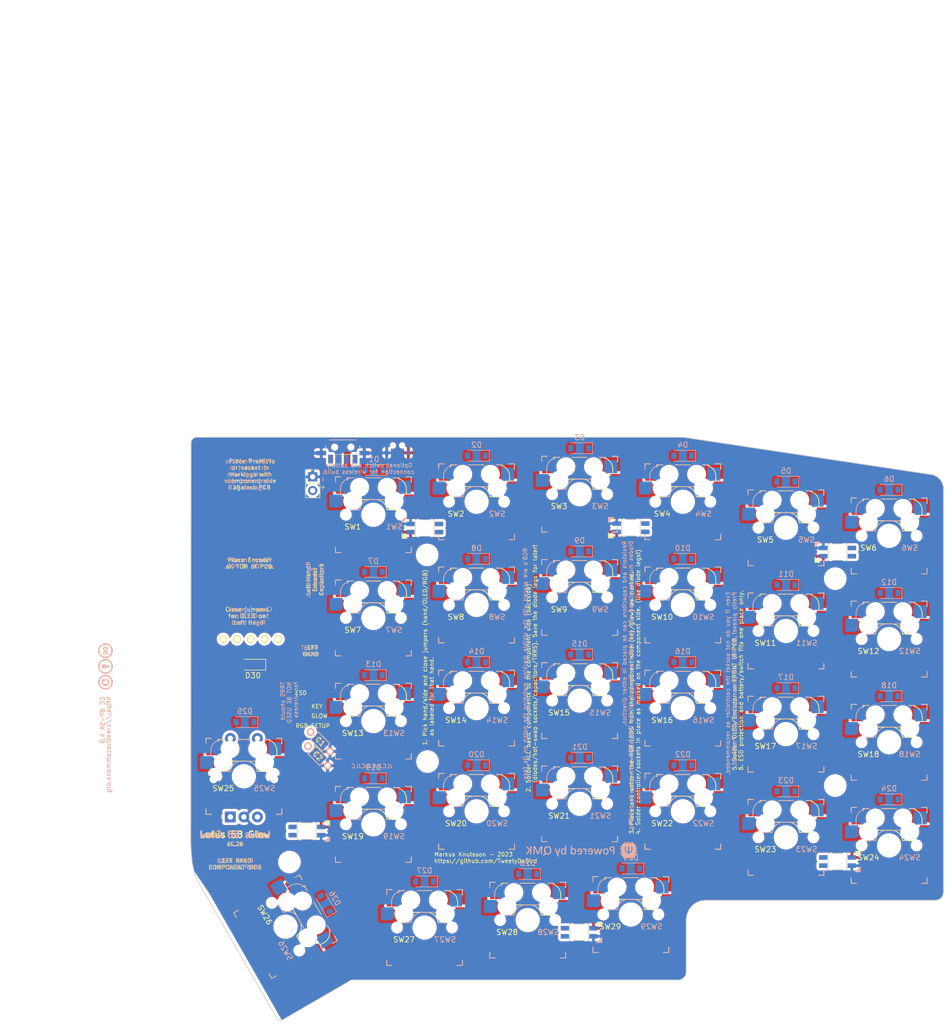
<source format=kicad_pcb>
(kicad_pcb (version 20221018) (generator pcbnew)
  (title_block (title "Lotus 58 Glow") (date "2023-08-30") (rev "v1.26") (company "Markus Knutsson <markus.knutsson@tweety.se>") (comment 1 "https://github.com/TweetyDaBird") (comment 2 "Licensed under Creative Commons BY-SA 4.0 International"))
  (layers (0 "F.Cu" signal) (31 "B.Cu" signal) (34 "B.Paste" user) (35 "F.Paste" user) (36 "B.SilkS" user "B.Silkscreen") (37 "F.SilkS" user "F.Silkscreen") (38 "B.Mask" user) (39 "F.Mask" user) (44 "Edge.Cuts" user))
  (net 0 "")
  (net 2 "row4")
  (net 3 "Net-(D1-A)")
  (net 4 "Net-(D2-A)")
  (net 5 "row0")
  (net 6 "Net-(D3-A)")
  (net 7 "row1")
  (net 8 "Net-(D4-A)")
  (net 9 "row2")
  (net 10 "Net-(D5-A)")
  (net 11 "row3")
  (net 12 "Net-(D6-A)")
  (net 13 "Net-(D7-A)")
  (net 14 "Net-(D8-A)")
  (net 15 "Net-(D9-A)")
  (net 16 "Net-(D10-A)")
  (net 17 "Net-(D11-A)")
  (net 18 "Net-(D12-A)")
  (net 19 "Net-(D13-A)")
  (net 20 "Net-(D14-A)")
  (net 21 "Net-(D15-A)")
  (net 22 "Net-(D16-A)")
  (net 23 "Net-(D17-A)")
  (net 24 "Net-(D18-A)")
  (net 25 "Net-(D19-A)")
  (net 26 "Net-(D20-A)")
  (net 27 "Net-(D21-A)")
  (net 28 "Net-(D22-A)")
  (net 29 "Net-(D23-A)")
  (net 30 "Net-(D24-A)")
  (net 31 "Net-(D26-A)")
  (net 32 "Net-(D27-A)")
  (net 33 "GND")
  (net 34 "col0")
  (net 35 "col1")
  (net 36 "col2")
  (net 37 "col3")
  (net 38 "col4")
  (net 39 "col5")
  (net 40 "LED")
  (net 41 "RESET")
  (net 42 "Net-(D28-A)")
  (net 43 "Net-(D29-A)")
  (net 44 "B")
  (net 45 "A")
  (net 46 "Alt")
  (net 47 "Net-(D30-A)")
  (net 48 "/PWR_GLOW")
  (net 49 "Net-(LED1-DOUT)")
  (net 50 "Net-(LED2-DOUT)")
  (net 51 "Net-(LED3-DOUT)")
  (net 52 "Net-(LED4-DOUT)")
  (net 53 "Net-(LED5-DOUT)")
  (net 59 "Battery")
  (net 60 "/Batt")
  (footprint "Keyboard Common:Spacer PCB hole" (layer "F.Cu") (at 124.32538 57.40908)
    (fp_text reference "TH1" hide)
    (fp_text value "HOLE" hide)
    (pad "" np_thru_hole circle (at 0 0) (size 3.7 3.7) (drill 3.7) (layers "*.Cu" "*.Mask"))
  )
  (footprint "Keyboard Common:Spacer PCB hole" (layer "F.Cu") (at 199.7 61.8)
    (fp_text reference "TH2" hide)
    (fp_text value "HOLE" hide)
    (pad "" np_thru_hole circle (at 0 0) (size 3.7 3.7) (drill 3.7) (layers "*.Cu" "*.Mask"))
  )
  (footprint "Keyboard Common:Spacer PCB hole" (layer "F.Cu") (at 124.3965 95.5675)
    (fp_text reference "TH3" hide)
    (fp_text value "HOLE" hide)
    (pad "" np_thru_hole circle (at 0 0) (size 3.7 3.7) (drill 3.7) (layers "*.Cu" "*.Mask"))
  )
  (footprint "Keyboard Common:Spacer PCB hole" (layer "F.Cu") (at 199.7 100)
    (fp_text reference "TH4" hide)
    (fp_text value "HOLE" hide)
    (pad "" np_thru_hole circle (at 0 0) (size 3.7 3.7) (drill 3.7) (layers "*.Cu" "*.Mask"))
  )
  (footprint "Keyboard Common:Spacer PCB hole" (layer "F.Cu") (at 98.8949 114.1095 90)
    (fp_text reference "TH5" hide)
    (fp_text value "HOLE" hide)
    (pad "" np_thru_hole circle (at 0 0 90) (size 3.7 3.7) (drill 3.7) (layers "*.Cu" "*.Mask"))
  )
  (footprint "Keyboard Library:RotaryEncoder_Alps_EC11E-Switch_Special" (layer "F.Cu") (at 90.4748 98.2853 90)
    (fp_text reference "SW30" hide)
    (fp_text value "Rotary_Encoder_Switch")
    (pad "" np_thru_hole circle (at 0.54 -5.6 90) (size 1.5 1.5) (drill 1.5) (layers "*.Cu" "*.Mask"))
    (pad "" np_thru_hole circle (at 0.54 5.6 90) (size 1.5 1.5) (drill 1.5) (layers "*.Cu" "*.Mask"))
    (pad "A" thru_hole rect (at -7.5 -2.5 90) (size 2 2) (drill 1) (layers "*.Cu" "*.Mask") (net 45 "A"))
    (pad "B" thru_hole circle (at -7.5 2.5 90) (size 2 2) (drill 1) (layers "*.Cu" "*.Mask") (net 44 "B"))
    (pad "C" thru_hole circle (at -7.5 0 90) (size 2 2) (drill 1) (layers "*.Cu" "*.Mask") (net 33 "GND"))
    (pad "MP1" thru_hole circle (at -0.54 -5.6 90) (size 2 2) (drill 1.5) (layers "*.Cu" "*.Mask") (net 33 "GND"))
    (pad "MP2" thru_hole circle (at -0.54 5.6 90) (size 2 2) (drill 1.5) (layers "*.Cu" "*.Mask") (net 33 "GND"))
    (pad "S1" thru_hole circle (at 7 2.5 90) (size 2 2) (drill 1) (layers "*.Cu" "*.Mask") (net 39 "col5"))
    (pad "S2" thru_hole circle (at 7 -2.5 90) (size 2 2) (drill 1) (layers "*.Cu" "*.Mask") (net 46 "Alt"))
  )
  (footprint "Keyboard Common:MSK12C02" (layer "F.Cu") (at 108.74 37.52 180)
    (fp_text reference "S1" hide)
    (fp_text value "MSK12C02" hide)
    (pad "" np_thru_hole circle (at -1.5 0 180) (size 0.85 0.85) (drill 0.85) (layers "*.Cu" "*.Mask"))
    (pad "" np_thru_hole circle (at 1.5 0 180) (size 0.85 0.85) (drill 0.85) (layers "*.Cu" "*.Mask"))
    (pad "COM" smd rect (at 0.7 -2.2 180) (size 0.8 1.6) (layers "F.Cu" "F.Paste" "F.Mask") (net 60 "/Batt"))
    (pad "MP" smd rect (at -4 -1.1 270) (size 0.8 1.8) (layers "F.Cu" "F.Paste" "F.Mask") (net 33 "GND"))
    (pad "MP" smd rect (at -4 1.1 270) (size 0.8 1.8) (layers "F.Cu" "F.Paste" "F.Mask") (net 33 "GND"))
    (pad "MP" smd rect (at 3.95 -1.1 270) (size 0.8 1.7) (layers "F.Cu" "F.Paste" "F.Mask") (net 33 "GND"))
    (pad "MP" smd rect (at 3.95 1.1 270) (size 0.8 1.7) (layers "F.Cu" "F.Paste" "F.Mask") (net 33 "GND"))
    (pad "NC" smd rect (at -2.3 -2.2 180) (size 0.8 1.6) (layers "F.Cu" "F.Paste" "F.Mask") (net 59 "Battery"))
    (pad "NO" smd rect (at 2.2 -2.2 180) (size 0.8 1.6) (layers "F.Cu" "F.Paste" "F.Mask"))
  )
  (footprint "Connector_PinHeader_2.54mm:PinHeader_1x02_P2.54mm_Vertical" (layer "F.Cu") (at 103.18 42.99)
    (fp_text reference "J2" hide)
    (fp_text value "Conn_01x02")
    (pad "1" thru_hole rect (at 0 0) (size 1.7 1.7) (drill 1) (layers "*.Cu" "*.Mask") (net 33 "GND"))
    (pad "2" thru_hole oval (at 0 2.54) (size 1.7 1.7) (drill 1) (layers "*.Cu" "*.Mask") (net 60 "/Batt"))
  )
  (footprint "Diode_SMD:D_SOD-123" (layer "F.Cu") (at 92.1512 77.6732 180)
    (fp_text reference "D30" (at 0 -2 180) (layer "F.SilkS"))
    (fp_text value "1N4148/1N4148W")
    (pad "1" smd roundrect (at -1.65 0 180) (size 0.9 1.2) (layers "F.Cu" "F.Paste" "F.Mask") (net 2 "row4"))
    (pad "2" smd roundrect (at 1.65 0 180) (size 0.9 1.2) (layers "F.Cu" "F.Paste" "F.Mask") (net 47 "Net-(D30-A)"))
  )
  (footprint "Keyboard Common:nice!view" (layer "F.Cu") (at 91.743 72.96)
    (fp_text reference "DISP1")
    (fp_text value "nice!view" hide)
    (pad "1" thru_hole circle (at -5.08 0) (size 1.397 1.397) (drill 0.8128) (layers "*.Cu" "F.SilkS" "B.Mask"))
    (pad "2" thru_hole circle (at -2.54 0) (size 1.397 1.397) (drill 0.8128) (layers "*.Cu" "F.SilkS" "B.Mask"))
    (pad "3" thru_hole circle (at 0 0) (size 1.397 1.397) (drill 0.8128) (layers "*.Cu" "F.SilkS" "B.Mask"))
    (pad "4" thru_hole circle (at 2.54 0) (size 1.397 1.397) (drill 0.8128) (layers "*.Cu" "F.SilkS" "B.Mask"))
    (pad "5" thru_hole circle (at 5.08 0) (size 1.397 1.397) (drill 0.8128) (layers "*.Cu" "F.SilkS" "B.Mask"))
  )
  (footprint "Keyboard Common:YTS-A002" (layer "F.Cu") (at 118.86 37.21)
    (fp_text reference "RES2" hide)
    (fp_text value "TS-A002" hide)
    (pad "" np_thru_hole circle (at -0.85 0) (size 0.7 0.7) (drill 0.7) (layers "F&B.Cu" "*.Mask"))
    (pad "" np_thru_hole circle (at 0.85 0) (size 0.7 0.7) (drill 0.7) (layers "F&B.Cu" "*.Mask"))
    (pad "1" smd roundrect (at -2 1.35) (size 0.6 1.1) (layers "F.Cu" "F.Paste" "F.Mask") (roundrect_rratio 0.05) (net 41 "RESET"))
    (pad "2" smd roundrect (at 2 1.35) (size 0.6 1.1) (layers "F.Cu" "F.Paste" "F.Mask") (roundrect_rratio 0.05) (net 33 "GND"))
    (pad "3" smd roundrect (at -2.475 -0.35) (size 0.95 1.1) (layers "F.Cu" "F.Paste" "F.Mask") (roundrect_rratio 0.05) (net 33 "GND"))
    (pad "3" smd roundrect (at 2.54 -0.35) (size 0.95 1.1) (layers "F.Cu" "F.Paste" "F.Mask") (roundrect_rratio 0.05) (net 33 "GND"))
  )
  (footprint "Diode_SMD:D_SOD-123" (layer "B.Cu") (at 114.52 41.73 180)
    (fp_text reference "D1" (at 0 2) (layer "B.SilkS") (effects (justify mirror)))
    (fp_text value "1N4148/1N4148W")
    (pad "1" smd roundrect (at -1.65 0 180) (size 0.9 1.2) (layers "B.Cu" "B.Paste" "B.Mask") (net 5 "row0"))
    (pad "2" smd roundrect (at 1.65 0 180) (size 0.9 1.2) (layers "B.Cu" "B.Paste" "B.Mask") (net 3 "Net-(D1-A)"))
  )
  (footprint "Diode_SMD:D_SOD-123" (layer "B.Cu") (at 152.5 37.71 180)
    (fp_text reference "D3" (at 0 2) (layer "B.SilkS") (effects (justify mirror)))
    (fp_text value "1N4148/1N4148W")
    (pad "1" smd roundrect (at -1.65 0 180) (size 0.9 1.2) (layers "B.Cu" "B.Paste" "B.Mask") (net 5 "row0"))
    (pad "2" smd roundrect (at 1.65 0 180) (size 0.9 1.2) (layers "B.Cu" "B.Paste" "B.Mask") (net 6 "Net-(D3-A)"))
  )
  (footprint "Diode_SMD:D_SOD-123" (layer "B.Cu") (at 171.55 39.1 180)
    (fp_text reference "D4" (at 0 2) (layer "B.SilkS") (effects (justify mirror)))
    (fp_text value "1N4148/1N4148W")
    (pad "1" smd roundrect (at -1.65 0 180) (size 0.9 1.2) (layers "B.Cu" "B.Paste" "B.Mask") (net 5 "row0"))
    (pad "2" smd roundrect (at 1.65 0 180) (size 0.9 1.2) (layers "B.Cu" "B.Paste" "B.Mask") (net 8 "Net-(D4-A)"))
  )
  (footprint "Diode_SMD:D_SOD-123" (layer "B.Cu") (at 209.65 45.4 180)
    (fp_text reference "D6" (at 0 2) (layer "B.SilkS") (effects (justify mirror)))
    (fp_text value "1N4148/1N4148W")
    (pad "1" smd roundrect (at -1.65 0 180) (size 0.9 1.2) (layers "B.Cu" "B.Paste" "B.Mask") (net 5 "row0"))
    (pad "2" smd roundrect (at 1.65 0 180) (size 0.9 1.2) (layers "B.Cu" "B.Paste" "B.Mask") (net 12 "Net-(D6-A)"))
  )
  (footprint "Diode_SMD:D_SOD-123" (layer "B.Cu") (at 152.5 56.76 180)
    (fp_text reference "D9" (at 0 2) (layer "B.SilkS") (effects (justify mirror)))
    (fp_text value "1N4148/1N4148W")
    (pad "1" smd roundrect (at -1.65 0 180) (size 0.9 1.2) (layers "B.Cu" "B.Paste" "B.Mask") (net 7 "row1"))
    (pad "2" smd roundrect (at 1.65 0 180) (size 0.9 1.2) (layers "B.Cu" "B.Paste" "B.Mask") (net 15 "Net-(D9-A)"))
  )
  (footprint "Diode_SMD:D_SOD-123" (layer "B.Cu") (at 171.55 58.15 180)
    (fp_text reference "D10" (at 0 2) (layer "B.SilkS") (effects (justify mirror)))
    (fp_text value "1N4148/1N4148W")
    (pad "1" smd roundrect (at -1.65 0 180) (size 0.9 1.2) (layers "B.Cu" "B.Paste" "B.Mask") (net 7 "row1"))
    (pad "2" smd roundrect (at 1.65 0 180) (size 0.9 1.2) (layers "B.Cu" "B.Paste" "B.Mask") (net 16 "Net-(D10-A)"))
  )
  (footprint "Diode_SMD:D_SOD-123" (layer "B.Cu") (at 190.6 62.95 180)
    (fp_text reference "D11" (at 0 2) (layer "B.SilkS") (effects (justify mirror)))
    (fp_text value "1N4148/1N4148W")
    (pad "1" smd roundrect (at -1.65 0 180) (size 0.9 1.2) (layers "B.Cu" "B.Paste" "B.Mask") (net 7 "row1"))
    (pad "2" smd roundrect (at 1.65 0 180) (size 0.9 1.2) (layers "B.Cu" "B.Paste" "B.Mask") (net 17 "Net-(D11-A)"))
  )
  (footprint "Diode_SMD:D_SOD-123" (layer "B.Cu") (at 209.65 64.45 180)
    (fp_text reference "D12" (at 0 2) (layer "B.SilkS") (effects (justify mirror)))
    (fp_text value "1N4148/1N4148W")
    (pad "1" smd roundrect (at -1.65 0 180) (size 0.9 1.2) (layers "B.Cu" "B.Paste" "B.Mask") (net 7 "row1"))
    (pad "2" smd roundrect (at 1.65 0 180) (size 0.9 1.2) (layers "B.Cu" "B.Paste" "B.Mask") (net 18 "Net-(D12-A)"))
  )
  (footprint "Diode_SMD:D_SOD-123" (layer "B.Cu") (at 114.4 79.6 180)
    (fp_text reference "D13" (at 0 2) (layer "B.SilkS") (effects (justify mirror)))
    (fp_text value "1N4148/1N4148W")
    (pad "1" smd roundrect (at -1.65 0 180) (size 0.9 1.2) (layers "B.Cu" "B.Paste" "B.Mask") (net 9 "row2"))
    (pad "2" smd roundrect (at 1.65 0 180) (size 0.9 1.2) (layers "B.Cu" "B.Paste" "B.Mask") (net 19 "Net-(D13-A)"))
  )
  (footprint "Diode_SMD:D_SOD-123" (layer "B.Cu") (at 133.45 77.2 180)
    (fp_text reference "D14" (at 0 2) (layer "B.SilkS") (effects (justify mirror)))
    (fp_text value "1N4148/1N4148W")
    (pad "1" smd roundrect (at -1.65 0 180) (size 0.9 1.2) (layers "B.Cu" "B.Paste" "B.Mask") (net 9 "row2"))
    (pad "2" smd roundrect (at 1.65 0 180) (size 0.9 1.2) (layers "B.Cu" "B.Paste" "B.Mask") (net 20 "Net-(D14-A)"))
  )
  (footprint "Diode_SMD:D_SOD-123" (layer "B.Cu") (at 152.5 75.81 180)
    (fp_text reference "D15" (at 0 2) (layer "B.SilkS") (effects (justify mirror)))
    (fp_text value "1N4148/1N4148W")
    (pad "1" smd roundrect (at -1.65 0 180) (size 0.9 1.2) (layers "B.Cu" "B.Paste" "B.Mask") (net 9 "row2"))
    (pad "2" smd roundrect (at 1.65 0 180) (size 0.9 1.2) (layers "B.Cu" "B.Paste" "B.Mask") (net 21 "Net-(D15-A)"))
  )
  (footprint "Diode_SMD:D_SOD-123" (layer "B.Cu") (at 171.55 77.2 180)
    (fp_text reference "D16" (at 0 2) (layer "B.SilkS") (effects (justify mirror)))
    (fp_text value "1N4148/1N4148W")
    (pad "1" smd roundrect (at -1.65 0 180) (size 0.9 1.2) (layers "B.Cu" "B.Paste" "B.Mask") (net 9 "row2"))
    (pad "2" smd roundrect (at 1.65 0 180) (size 0.9 1.2) (layers "B.Cu" "B.Paste" "B.Mask") (net 22 "Net-(D16-A)"))
  )
  (footprint "Diode_SMD:D_SOD-123" (layer "B.Cu") (at 209.65 83.5 180)
    (fp_text reference "D18" (at 0 2) (layer "B.SilkS") (effects (justify mirror)))
    (fp_text value "1N4148/1N4148W")
    (pad "1" smd roundrect (at -1.65 0 180) (size 0.9 1.2) (layers "B.Cu" "B.Paste" "B.Mask") (net 9 "row2"))
    (pad "2" smd roundrect (at 1.65 0 180) (size 0.9 1.2) (layers "B.Cu" "B.Paste" "B.Mask") (net 24 "Net-(D18-A)"))
  )
  (footprint "Diode_SMD:D_SOD-123" (layer "B.Cu") (at 114.4 98.65 180)
    (fp_text reference "D19" (at 0 2) (layer "B.SilkS") (effects (justify mirror)))
    (fp_text value "1N4148/1N4148W")
    (pad "1" smd roundrect (at -1.65 0 180) (size 0.9 1.2) (layers "B.Cu" "B.Paste" "B.Mask") (net 11 "row3"))
    (pad "2" smd roundrect (at 1.65 0 180) (size 0.9 1.2) (layers "B.Cu" "B.Paste" "B.Mask") (net 25 "Net-(D19-A)"))
  )
  (footprint "Diode_SMD:D_SOD-123" (layer "B.Cu") (at 133.45 96.25 180)
    (fp_text reference "D20" (at 0 2) (layer "B.SilkS") (effects (justify mirror)))
    (fp_text value "1N4148/1N4148W")
    (pad "1" smd roundrect (at -1.65 0 180) (size 0.9 1.2) (layers "B.Cu" "B.Paste" "B.Mask") (net 11 "row3"))
    (pad "2" smd roundrect (at 1.65 0 180) (size 0.9 1.2) (layers "B.Cu" "B.Paste" "B.Mask") (net 26 "Net-(D20-A)"))
  )
  (footprint "Diode_SMD:D_SOD-123" (layer "B.Cu") (at 152.5 94.86 180)
    (fp_text reference "D21" (at 0 2) (layer "B.SilkS") (effects (justify mirror)))
    (fp_text value "1N4148/1N4148W")
    (pad "1" smd roundrect (at -1.65 0 180) (size 0.9 1.2) (layers "B.Cu" "B.Paste" "B.Mask") (net 11 "row3"))
    (pad "2" smd roundrect (at 1.65 0 180) (size 0.9 1.2) (layers "B.Cu" "B.Paste" "B.Mask") (net 27 "Net-(D21-A)"))
  )
  (footprint "Diode_SMD:D_SOD-123" (layer "B.Cu") (at 171.55 96.25 180)
    (fp_text reference "D22" (at 0 2) (layer "B.SilkS") (effects (justify mirror)))
    (fp_text value "1N4148/1N4148W")
    (pad "1" smd roundrect (at -1.65 0 180) (size 0.9 1.2) (layers "B.Cu" "B.Paste" "B.Mask") (net 11 "row3"))
    (pad "2" smd roundrect (at 1.65 0 180) (size 0.9 1.2) (layers "B.Cu" "B.Paste" "B.Mask") (net 28 "Net-(D22-A)"))
  )
  (footprint "Diode_SMD:D_SOD-123" (layer "B.Cu") (at 190.6 101.05 180)
    (fp_text reference "D23" (at 0 2) (layer "B.SilkS") (effects (justify mirror)))
    (fp_text value "1N4148/1N4148W")
    (pad "1" smd roundrect (at -1.65 0 180) (size 0.9 1.2) (layers "B.Cu" "B.Paste" "B.Mask") (net 11 "row3"))
    (pad "2" smd roundrect (at 1.65 0 180) (size 0.9 1.2) (layers "B.Cu" "B.Paste" "B.Mask") (net 29 "Net-(D23-A)"))
  )
  (footprint "Diode_SMD:D_SOD-123" (layer "B.Cu") (at 105.532215 121.797501 120)
    (fp_text reference "D26" (at 0 2 300) (layer "B.SilkS") (effects (justify mirror)))
    (fp_text value "1N4148/1N4148W")
    (pad "1" smd roundrect (at -1.65 0 120) (size 0.9 1.2) (layers "B.Cu" "B.Paste" "B.Mask") (net 2 "row4"))
    (pad "2" smd roundrect (at 1.65 0 120) (size 0.9 1.2) (layers "B.Cu" "B.Paste" "B.Mask") (net 31 "Net-(D26-A)"))
  )
  (footprint "Diode_SMD:D_SOD-123" (layer "B.Cu") (at 123.85 117.7 180)
    (fp_text reference "D27" (at 0 2) (layer "B.SilkS") (effects (justify mirror)))
    (fp_text value "1N4148/1N4148W")
    (pad "1" smd roundrect (at -1.65 0 180) (size 0.9 1.2) (layers "B.Cu" "B.Paste" "B.Mask") (net 2 "row4"))
    (pad "2" smd roundrect (at 1.65 0 180) (size 0.9 1.2) (layers "B.Cu" "B.Paste" "B.Mask") (net 32 "Net-(D27-A)"))
  )
  (footprint "Keyboard Switches:SW_MX_HotSwap_Reversible" (layer "B.Cu") (at 133.45 47.6 180)
    (fp_text reference "SW2" hide)
    (fp_text value "Kailh hotswap MX socket" hide)
    (fp_text user "${REFERENCE}" (at -3.81 -2.225) (layer "B.SilkS") (effects (justify mirror)))
    (fp_text user "${REFERENCE}" (at 3.81 -2.225) (layer "F.SilkS"))
    (pad "" np_thru_hole circle (at -5.08 0) (size 1.7018 1.7018) (drill 1.7018) (layers "F&B.Cu") (clearance 0.254))
    (pad "" np_thru_hole circle (at -3.81 2.54 26.5) (size 3 3) (drill 3) (layers "F&B.Cu") (clearance 0.254))
    (pad "" np_thru_hole circle (at -2.54 5.08 333.5) (size 3 3) (drill 3) (layers "F&B.Cu") (clearance 0.254))
    (pad "" np_thru_hole circle (at 0 0) (size 3.9878 3.9878) (drill 3.9878) (layers "F&B.Cu") (clearance 0.254))
    (pad "" np_thru_hole circle (at 2.54 5.08 333.5) (size 3 3) (drill 3) (layers "F&B.Cu") (clearance 0.254))
    (pad "" np_thru_hole circle (at 3.81 2.54 333.5) (size 3 3) (drill 3) (layers "F&B.Cu") (clearance 0.254))
    (pad "" np_thru_hole circle (at 5.08 0) (size 1.7018 1.7018) (drill 1.7018) (layers "F&B.Cu") (clearance 0.254))
    (pad "1" smd custom (at -6.9 2.54) (size 2 2) (layers "F.Cu" "F.Paste" "F.Mask") (net 38 "col4") (options (clearance outline) (anchor rect)) (primitives (gr_poly (pts (xy 1.2 -1.2) (xy -1.2 -1.2) (xy -1.2 0.9) (xy -0.65 1.2) (xy 1.2 1.2)) (width 0) (fill yes))))
    (pad "1" smd custom (at -5.75 5.08) (size 2 2) (layers "B.Cu" "B.Paste" "B.Mask") (net 38 "col4") (options (clearance outline) (anchor rect)) (primitives (gr_poly (pts (xy 1.2 -1.2) (xy -1.2 -1.2) (xy -1.2 0.9) (xy -0.75 1.2) (xy 1.2 1.2)) (width 0) (fill yes))))
    (pad "2" smd custom (at 5.75 5.08) (size 2 2) (layers "F.Cu" "F.Paste" "F.Mask") (net 4 "Net-(D2-A)") (options (clearance outline) (anchor rect)) (primitives (gr_poly (pts (xy 1.2 -1.2) (xy 1.2 0.9) (xy 0.75 1.2) (xy -1.2 1.2) (xy -1.2 -1.2)) (width 0) (fill yes))))
    (pad "2" smd custom (at 6.9 2.54) (size 2 2) (layers "B.Cu" "B.Paste" "B.Mask") (net 4 "Net-(D2-A)") (options (clearance outline) (anchor rect)) (primitives (gr_poly (pts (xy 1.2 -1.2) (xy 1.2 0.9) (xy 0.65 1.2) (xy -1.2 1.2) (xy -1.2 -1.2)) (width 0) (fill yes))))
  )
  (footprint "Keyboard Switches:SW_MX_HotSwap_Reversible" (layer "B.Cu") (at 152.5 46.21 180)
    (fp_text reference "SW3" hide)
    (fp_text value "Kailh hotswap MX socket" hide)
    (fp_text user "${REFERENCE}" (at -3.81 -2.225) (layer "B.SilkS") (effects (justify mirror)))
    (fp_text user "${REFERENCE}" (at 3.81 -2.225) (layer "F.SilkS"))
    (pad "" np_thru_hole circle (at -5.08 0) (size 1.7018 1.7018) (drill 1.7018) (layers "F&B.Cu") (clearance 0.254))
    (pad "" np_thru_hole circle (at -3.81 2.54 26.5) (size 3 3) (drill 3) (layers "F&B.Cu") (clearance 0.254))
    (pad "" np_thru_hole circle (at -2.54 5.08 333.5) (size 3 3) (drill 3) (layers "F&B.Cu") (clearance 0.254))
    (pad "" np_thru_hole circle (at 0 0) (size 3.9878 3.9878) (drill 3.9878) (layers "F&B.Cu") (clearance 0.254))
    (pad "" np_thru_hole circle (at 2.54 5.08 333.5) (size 3 3) (drill 3) (layers "F&B.Cu") (clearance 0.254))
    (pad "" np_thru_hole circle (at 3.81 2.54 333.5) (size 3 3) (drill 3) (layers "F&B.Cu") (clearance 0.254))
    (pad "" np_thru_hole circle (at 5.08 0) (size 1.7018 1.7018) (drill 1.7018) (layers "F&B.Cu") (clearance 0.254))
    (pad "1" smd custom (at -6.9 2.54) (size 2 2) (layers "F.Cu" "F.Paste" "F.Mask") (net 37 "col3") (options (clearance outline) (anchor rect)) (primitives (gr_poly (pts (xy 1.2 -1.2) (xy -1.2 -1.2) (xy -1.2 0.9) (xy -0.65 1.2) (xy 1.2 1.2)) (width 0) (fill yes))))
    (pad "1" smd custom (at -5.75 5.08) (size 2 2) (layers "B.Cu" "B.Paste" "B.Mask") (net 37 "col3") (options (clearance outline) (anchor rect)) (primitives (gr_poly (pts (xy 1.2 -1.2) (xy -1.2 -1.2) (xy -1.2 0.9) (xy -0.75 1.2) (xy 1.2 1.2)) (width 0) (fill yes))))
    (pad "2" smd custom (at 5.75 5.08) (size 2 2) (layers "F.Cu" "F.Paste" "F.Mask") (net 6 "Net-(D3-A)") (options (clearance outline) (anchor rect)) (primitives (gr_poly (pts (xy 1.2 -1.2) (xy 1.2 0.9) (xy 0.75 1.2) (xy -1.2 1.2) (xy -1.2 -1.2)) (width 0) (fill yes))))
    (pad "2" smd custom (at 6.9 2.54) (size 2 2) (layers "B.Cu" "B.Paste" "B.Mask") (net 6 "Net-(D3-A)") (options (clearance outline) (anchor rect)) (primitives (gr_poly (pts (xy 1.2 -1.2) (xy 1.2 0.9) (xy 0.65 1.2) (xy -1.2 1.2) (xy -1.2 -1.2)) (width 0) (fill yes))))
  )
  (footprint "Keyboard Switches:SW_MX_HotSwap_Reversible" (layer "B.Cu") (at 171.55 47.6 180)
    (fp_text reference "SW4" hide)
    (fp_text value "Kailh hotswap MX socket" hide)
    (fp_text user "${REFERENCE}" (at -3.81 -2.225) (layer "B.SilkS") (effects (justify mirror)))
    (fp_text user "${REFERENCE}" (at 3.81 -2.225) (layer "F.SilkS"))
    (pad "" np_thru_hole circle (at -5.08 0) (size 1.7018 1.7018) (drill 1.7018) (layers "F&B.Cu") (clearance 0.254))
    (pad "" np_thru_hole circle (at -3.81 2.54 26.5) (size 3 3) (drill 3) (layers "F&B.Cu") (clearance 0.254))
    (pad "" np_thru_hole circle (at -2.54 5.08 333.5) (size 3 3) (drill 3) (layers "F&B.Cu") (clearance 0.254))
    (pad "" np_thru_hole circle (at 0 0) (size 3.9878 3.9878) (drill 3.9878) (layers "F&B.Cu") (clearance 0.254))
    (pad "" np_thru_hole circle (at 2.54 5.08 333.5) (size 3 3) (drill 3) (layers "F&B.Cu") (clearance 0.254))
    (pad "" np_thru_hole circle (at 3.81 2.54 333.5) (size 3 3) (drill 3) (layers "F&B.Cu") (clearance 0.254))
    (pad "" np_thru_hole circle (at 5.08 0) (size 1.7018 1.7018) (drill 1.7018) (layers "F&B.Cu") (clearance 0.254))
    (pad "1" smd custom (at -6.9 2.54) (size 2 2) (layers "F.Cu" "F.Paste" "F.Mask") (net 36 "col2") (options (clearance outline) (anchor rect)) (primitives (gr_poly (pts (xy 1.2 -1.2) (xy -1.2 -1.2) (xy -1.2 0.9) (xy -0.65 1.2) (xy 1.2 1.2)) (width 0) (fill yes))))
    (pad "1" smd custom (at -5.75 5.08) (size 2 2) (layers "B.Cu" "B.Paste" "B.Mask") (net 36 "col2") (options (clearance outline) (anchor rect)) (primitives (gr_poly (pts (xy 1.2 -1.2) (xy -1.2 -1.2) (xy -1.2 0.9) (xy -0.75 1.2) (xy 1.2 1.2)) (width 0) (fill yes))))
    (pad "2" smd custom (at 5.75 5.08) (size 2 2) (layers "F.Cu" "F.Paste" "F.Mask") (net 8 "Net-(D4-A)") (options (clearance outline) (anchor rect)) (primitives (gr_poly (pts (xy 1.2 -1.2) (xy 1.2 0.9) (xy 0.75 1.2) (xy -1.2 1.2) (xy -1.2 -1.2)) (width 0) (fill yes))))
    (pad "2" smd custom (at 6.9 2.54) (size 2 2) (layers "B.Cu" "B.Paste" "B.Mask") (net 8 "Net-(D4-A)") (options (clearance outline) (anchor rect)) (primitives (gr_poly (pts (xy 1.2 -1.2) (xy 1.2 0.9) (xy 0.65 1.2) (xy -1.2 1.2) (xy -1.2 -1.2)) (width 0) (fill yes))))
  )
  (footprint "Keyboard Switches:SW_MX_HotSwap_Reversible" (layer "B.Cu") (at 209.65 53.9 180)
    (fp_text reference "SW6" hide)
    (fp_text value "Kailh hotswap MX socket" hide)
    (fp_text user "${REFERENCE}" (at -3.81 -2.225) (layer "B.SilkS") (effects (justify mirror)))
    (fp_text user "${REFERENCE}" (at 3.81 -2.225) (layer "F.SilkS"))
    (pad "" np_thru_hole circle (at -5.08 0) (size 1.7018 1.7018) (drill 1.7018) (layers "F&B.Cu") (clearance 0.254))
    (pad "" np_thru_hole circle (at -3.81 2.54 26.5) (size 3 3) (drill 3) (layers "F&B.Cu") (clearance 0.254))
    (pad "" np_thru_hole circle (at -2.54 5.08 333.5) (size 3 3) (drill 3) (layers "F&B.Cu") (clearance 0.254))
    (pad "" np_thru_hole circle (at 0 0) (size 3.9878 3.9878) (drill 3.9878) (layers "F&B.Cu") (clearance 0.254))
    (pad "" np_thru_hole circle (at 2.54 5.08 333.5) (size 3 3) (drill 3) (layers "F&B.Cu") (clearance 0.254))
    (pad "" np_thru_hole circle (at 3.81 2.54 333.5) (size 3 3) (drill 3) (layers "F&B.Cu") (clearance 0.254))
    (pad "" np_thru_hole circle (at 5.08 0) (size 1.7018 1.7018) (drill 1.7018) (layers "F&B.Cu") (clearance 0.254))
    (pad "1" smd custom (at -6.9 2.54) (size 2 2) (layers "F.Cu" "F.Paste" "F.Mask") (net 34 "col0") (options (clearance outline) (anchor rect)) (primitives (gr_poly (pts (xy 1.2 -1.2) (xy -1.2 -1.2) (xy -1.2 0.9) (xy -0.65 1.2) (xy 1.2 1.2)) (width 0) (fill yes))))
    (pad "1" smd custom (at -5.75 5.08) (size 2 2) (layers "B.Cu" "B.Paste" "B.Mask") (net 34 "col0") (options (clearance outline) (anchor rect)) (primitives (gr_poly (pts (xy 1.2 -1.2) (xy -1.2 -1.2) (xy -1.2 0.9) (xy -0.75 1.2) (xy 1.2 1.2)) (width 0) (fill yes))))
    (pad "2" smd custom (at 5.75 5.08) (size 2 2) (layers "F.Cu" "F.Paste" "F.Mask") (net 12 "Net-(D6-A)") (options (clearance outline) (anchor rect)) (primitives (gr_poly (pts (xy 1.2 -1.2) (xy 1.2 0.9) (xy 0.75 1.2) (xy -1.2 1.2) (xy -1.2 -1.2)) (width 0) (fill yes))))
    (pad "2" smd custom (at 6.9 2.54) (size 2 2) (layers "B.Cu" "B.Paste" "B.Mask") (net 12 "Net-(D6-A)") (options (clearance outline) (anchor rect)) (primitives (gr_poly (pts (xy 1.2 -1.2) (xy 1.2 0.9) (xy 0.65 1.2) (xy -1.2 1.2) (xy -1.2 -1.2)) (width 0) (fill yes))))
  )
  (footprint "Keyboard Switches:SW_MX_HotSwap_Reversible" (layer "B.Cu") (at 114.4 69.05 180)
    (fp_text reference "SW7" hide)
    (fp_text value "Kailh hotswap MX socket" hide)
    (fp_text user "${REFERENCE}" (at -3.81 -2.225) (layer "B.SilkS") (effects (justify mirror)))
    (fp_text user "${REFERENCE}" (at 3.81 -2.225) (layer "F.SilkS"))
    (pad "" np_thru_hole circle (at -5.08 0) (size 1.7018 1.7018) (drill 1.7018) (layers "F&B.Cu") (clearance 0.254))
    (pad "" np_thru_hole circle (at -3.81 2.54 26.5) (size 3 3) (drill 3) (layers "F&B.Cu") (clearance 0.254))
    (pad "" np_thru_hole circle (at -2.54 5.08 333.5) (size 3 3) (drill 3) (layers "F&B.Cu") (clearance 0.254))
    (pad "" np_thru_hole circle (at 0 0) (size 3.9878 3.9878) (drill 3.9878) (layers "F&B.Cu") (clearance 0.254))
    (pad "" np_thru_hole circle (at 2.54 5.08 333.5) (size 3 3) (drill 3) (layers "F&B.Cu") (clearance 0.254))
    (pad "" np_thru_hole circle (at 3.81 2.54 333.5) (size 3 3) (drill 3) (layers "F&B.Cu") (clearance 0.254))
    (pad "" np_thru_hole circle (at 5.08 0) (size 1.7018 1.7018) (drill 1.7018) (layers "F&B.Cu") (clearance 0.254))
    (pad "1" smd custom (at -6.9 2.54) (size 2 2) (layers "F.Cu" "F.Paste" "F.Mask") (net 39 "col5") (options (clearance outline) (anchor rect)) (primitives (gr_poly (pts (xy 1.2 -1.2) (xy -1.2 -1.2) (xy -1.2 0.9) (xy -0.65 1.2) (xy 1.2 1.2)) (width 0) (fill yes))))
    (pad "1" smd custom (at -5.75 5.08) (size 2 2) (layers "B.Cu" "B.Paste" "B.Mask") (net 39 "col5") (options (clearance outline) (anchor rect)) (primitives (gr_poly (pts (xy 1.2 -1.2) (xy -1.2 -1.2) (xy -1.2 0.9) (xy -0.75 1.2) (xy 1.2 1.2)) (width 0) (fill yes))))
    (pad "2" smd custom (at 5.75 5.08) (size 2 2) (layers "F.Cu" "F.Paste" "F.Mask") (net 13 "Net-(D7-A)") (options (clearance outline) (anchor rect)) (primitives (gr_poly (pts (xy 1.2 -1.2) (xy 1.2 0.9) (xy 0.75 1.2) (xy -1.2 1.2) (xy -1.2 -1.2)) (width 0) (fill yes))))
    (pad "2" smd custom (at 6.9 2.54) (size 2 2) (layers "B.Cu" "B.Paste" "B.Mask") (net 13 "Net-(D7-A)") (options (clearance outline) (anchor rect)) (primitives (gr_poly (pts (xy 1.2 -1.2) (xy 1.2 0.9) (xy 0.65 1.2) (xy -1.2 1.2) (xy -1.2 -1.2)) (width 0) (fill yes))))
  )
  (footprint "Keyboard Switches:SW_MX_HotSwap_Reversible" (layer "B.Cu") (at 152.5 65.26 180)
    (fp_text reference "SW9" hide)
    (fp_text value "Kailh hotswap MX socket" hide)
    (fp_text user "${REFERENCE}" (at -3.81 -2.225) (layer "B.SilkS") (effects (justify mirror)))
    (fp_text user "${REFERENCE}" (at 3.81 -2.225) (layer "F.SilkS"))
    (pad "" np_thru_hole circle (at -5.08 0) (size 1.7018 1.7018) (drill 1.7018) (layers "F&B.Cu") (clearance 0.254))
    (pad "" np_thru_hole circle (at -3.81 2.54 26.5) (size 3 3) (drill 3) (layers "F&B.Cu") (clearance 0.254))
    (pad "" np_thru_hole circle (at -2.54 5.08 333.5) (size 3 3) (drill 3) (layers "F&B.Cu") (clearance 0.254))
    (pad "" np_thru_hole circle (at 0 0) (size 3.9878 3.9878) (drill 3.9878) (layers "F&B.Cu") (clearance 0.254))
    (pad "" np_thru_hole circle (at 2.54 5.08 333.5) (size 3 3) (drill 3) (layers "F&B.Cu") (clearance 0.254))
    (pad "" np_thru_hole circle (at 3.81 2.54 333.5) (size 3 3) (drill 3) (layers "F&B.Cu") (clearance 0.254))
    (pad "" np_thru_hole circle (at 5.08 0) (size 1.7018 1.7018) (drill 1.7018) (layers "F&B.Cu") (clearance 0.254))
    (pad "1" smd custom (at -6.9 2.54) (size 2 2) (layers "F.Cu" "F.Paste" "F.Mask") (net 37 "col3") (options (clearance outline) (anchor rect)) (primitives (gr_poly (pts (xy 1.2 -1.2) (xy -1.2 -1.2) (xy -1.2 0.9) (xy -0.65 1.2) (xy 1.2 1.2)) (width 0) (fill yes))))
    (pad "1" smd custom (at -5.75 5.08) (size 2 2) (layers "B.Cu" "B.Paste" "B.Mask") (net 37 "col3") (options (clearance outline) (anchor rect)) (primitives (gr_poly (pts (xy 1.2 -1.2) (xy -1.2 -1.2) (xy -1.2 0.9) (xy -0.75 1.2) (xy 1.2 1.2)) (width 0) (fill yes))))
    (pad "2" smd custom (at 5.75 5.08) (size 2 2) (layers "F.Cu" "F.Paste" "F.Mask") (net 15 "Net-(D9-A)") (options (clearance outline) (anchor rect)) (primitives (gr_poly (pts (xy 1.2 -1.2) (xy 1.2 0.9) (xy 0.75 1.2) (xy -1.2 1.2) (xy -1.2 -1.2)) (width 0) (fill yes))))
    (pad "2" smd custom (at 6.9 2.54) (size 2 2) (layers "B.Cu" "B.Paste" "B.Mask") (net 15 "Net-(D9-A)") (options (clearance outline) (anchor rect)) (primitives (gr_poly (pts (xy 1.2 -1.2) (xy 1.2 0.9) (xy 0.65 1.2) (xy -1.2 1.2) (xy -1.2 -1.2)) (width 0) (fill yes))))
  )
  (footprint "Keyboard Switches:SW_MX_HotSwap_Reversible" (layer "B.Cu") (at 171.55 66.65 180)
    (fp_text reference "SW10" hide)
    (fp_text value "Kailh hotswap MX socket" hide)
    (fp_text user "${REFERENCE}" (at -3.81 -2.225) (layer "B.SilkS") (effects (justify mirror)))
    (fp_text user "${REFERENCE}" (at 3.81 -2.225) (layer "F.SilkS"))
    (pad "" np_thru_hole circle (at -5.08 0) (size 1.7018 1.7018) (drill 1.7018) (layers "F&B.Cu") (clearance 0.254))
    (pad "" np_thru_hole circle (at -3.81 2.54 26.5) (size 3 3) (drill 3) (layers "F&B.Cu") (clearance 0.254))
    (pad "" np_thru_hole circle (at -2.54 5.08 333.5) (size 3 3) (drill 3) (layers "F&B.Cu") (clearance 0.254))
    (pad "" np_thru_hole circle (at 0 0) (size 3.9878 3.9878) (drill 3.9878) (layers "F&B.Cu") (clearance 0.254))
    (pad "" np_thru_hole circle (at 2.54 5.08 333.5) (size 3 3) (drill 3) (layers "F&B.Cu") (clearance 0.254))
    (pad "" np_thru_hole circle (at 3.81 2.54 333.5) (size 3 3) (drill 3) (layers "F&B.Cu") (clearance 0.254))
    (pad "" np_thru_hole circle (at 5.08 0) (size 1.7018 1.7018) (drill 1.7018) (layers "F&B.Cu") (clearance 0.254))
    (pad "1" smd custom (at -6.9 2.54) (size 2 2) (layers "F.Cu" "F.Paste" "F.Mask") (net 36 "col2") (options (clearance outline) (anchor rect)) (primitives (gr_poly (pts (xy 1.2 -1.2) (xy -1.2 -1.2) (xy -1.2 0.9) (xy -0.65 1.2) (xy 1.2 1.2)) (width 0) (fill yes))))
    (pad "1" smd custom (at -5.75 5.08) (size 2 2) (layers "B.Cu" "B.Paste" "B.Mask") (net 36 "col2") (options (clearance outline) (anchor rect)) (primitives (gr_poly (pts (xy 1.2 -1.2) (xy -1.2 -1.2) (xy -1.2 0.9) (xy -0.75 1.2) (xy 1.2 1.2)) (width 0) (fill yes))))
    (pad "2" smd custom (at 5.75 5.08) (size 2 2) (layers "F.Cu" "F.Paste" "F.Mask") (net 16 "Net-(D10-A)") (options (clearance outline) (anchor rect)) (primitives (gr_poly (pts (xy 1.2 -1.2) (xy 1.2 0.9) (xy 0.75 1.2) (xy -1.2 1.2) (xy -1.2 -1.2)) (width 0) (fill yes))))
    (pad "2" smd custom (at 6.9 2.54) (size 2 2) (layers "B.Cu" "B.Paste" "B.Mask") (net 16 "Net-(D10-A)") (options (clearance outline) (anchor rect)) (primitives (gr_poly (pts (xy 1.2 -1.2) (xy 1.2 0.9) (xy 0.65 1.2) (xy -1.2 1.2) (xy -1.2 -1.2)) (width 0) (fill yes))))
  )
  (footprint "Keyboard Switches:SW_MX_HotSwap_Reversible" (layer "B.Cu") (at 190.6 71.45 180)
    (fp_text reference "SW11" hide)
    (fp_text value "Kailh hotswap MX socket" hide)
    (fp_text user "${REFERENCE}" (at -3.81 -2.225) (layer "B.SilkS") (effects (justify mirror)))
    (fp_text user "${REFERENCE}" (at 3.81 -2.225) (layer "F.SilkS"))
    (pad "" np_thru_hole circle (at -5.08 0) (size 1.7018 1.7018) (drill 1.7018) (layers "F&B.Cu") (clearance 0.254))
    (pad "" np_thru_hole circle (at -3.81 2.54 26.5) (size 3 3) (drill 3) (layers "F&B.Cu") (clearance 0.254))
    (pad "" np_thru_hole circle (at -2.54 5.08 333.5) (size 3 3) (drill 3) (layers "F&B.Cu") (clearance 0.254))
    (pad "" np_thru_hole circle (at 0 0) (size 3.9878 3.9878) (drill 3.9878) (layers "F&B.Cu") (clearance 0.254))
    (pad "" np_thru_hole circle (at 2.54 5.08 333.5) (size 3 3) (drill 3) (layers "F&B.Cu") (clearance 0.254))
    (pad "" np_thru_hole circle (at 3.81 2.54 333.5) (size 3 3) (drill 3) (layers "F&B.Cu") (clearance 0.254))
    (pad "" np_thru_hole circle (at 5.08 0) (size 1.7018 1.7018) (drill 1.7018) (layers "F&B.Cu") (clearance 0.254))
    (pad "1" smd custom (at -6.9 2.54) (size 2 2) (layers "F.Cu" "F.Paste" "F.Mask") (net 35 "col1") (options (clearance outline) (anchor rect)) (primitives (gr_poly (pts (xy 1.2 -1.2) (xy -1.2 -1.2) (xy -1.2 0.9) (xy -0.65 1.2) (xy 1.2 1.2)) (width 0) (fill yes))))
    (pad "1" smd custom (at -5.75 5.08) (size 2 2) (layers "B.Cu" "B.Paste" "B.Mask") (net 35 "col1") (options (clearance outline) (anchor rect)) (primitives (gr_poly (pts (xy 1.2 -1.2) (xy -1.2 -1.2) (xy -1.2 0.9) (xy -0.75 1.2) (xy 1.2 1.2)) (width 0) (fill yes))))
    (pad "2" smd custom (at 5.75 5.08) (size 2 2) (layers "F.Cu" "F.Paste" "F.Mask") (net 17 "Net-(D11-A)") (options (clearance outline) (anchor rect)) (primitives (gr_poly (pts (xy 1.2 -1.2) (xy 1.2 0.9) (xy 0.75 1.2) (xy -1.2 1.2) (xy -1.2 -1.2)) (width 0) (fill yes))))
    (pad "2" smd custom (at 6.9 2.54) (size 2 2) (layers "B.Cu" "B.Paste" "B.Mask") (net 17 "Net-(D11-A)") (options (clearance outline) (anchor rect)) (primitives (gr_poly (pts (xy 1.2 -1.2) (xy 1.2 0.9) (xy 0.65 1.2) (xy -1.2 1.2) (xy -1.2 -1.2)) (width 0) (fill yes))))
  )
  (footprint "Keyboard Switches:SW_MX_HotSwap_Reversible" (layer "B.Cu") (at 209.65 72.95 180)
    (fp_text reference "SW12" hide)
    (fp_text value "Kailh hotswap MX socket" hide)
    (fp_text user "${REFERENCE}" (at -3.81 -2.225) (layer "B.SilkS") (effects (justify mirror)))
    (fp_text user "${REFERENCE}" (at 3.81 -2.225) (layer "F.SilkS"))
    (pad "" np_thru_hole circle (at -5.08 0) (size 1.7018 1.7018) (drill 1.7018) (layers "F&B.Cu") (clearance 0.254))
    (pad "" np_thru_hole circle (at -3.81 2.54 26.5) (size 3 3) (drill 3) (layers "F&B.Cu") (clearance 0.254))
    (pad "" np_thru_hole circle (at -2.54 5.08 333.5) (size 3 3) (drill 3) (layers "F&B.Cu") (clearance 0.254))
    (pad "" np_thru_hole circle (at 0 0) (size 3.9878 3.9878) (drill 3.9878) (layers "F&B.Cu") (clearance 0.254))
    (pad "" np_thru_hole circle (at 2.54 5.08 333.5) (size 3 3) (drill 3) (layers "F&B.Cu") (clearance 0.254))
    (pad "" np_thru_hole circle (at 3.81 2.54 333.5) (size 3 3) (drill 3) (layers "F&B.Cu") (clearance 0.254))
    (pad "" np_thru_hole circle (at 5.08 0) (size 1.7018 1.7018) (drill 1.7018) (layers "F&B.Cu") (clearance 0.254))
    (pad "1" smd custom (at -6.9 2.54) (size 2 2) (layers "F.Cu" "F.Paste" "F.Mask") (net 34 "col0") (options (clearance outline) (anchor rect)) (primitives (gr_poly (pts (xy 1.2 -1.2) (xy -1.2 -1.2) (xy -1.2 0.9) (xy -0.65 1.2) (xy 1.2 1.2)) (width 0) (fill yes))))
    (pad "1" smd custom (at -5.75 5.08) (size 2 2) (layers "B.Cu" "B.Paste" "B.Mask") (net 34 "col0") (options (clearance outline) (anchor rect)) (primitives (gr_poly (pts (xy 1.2 -1.2) (xy -1.2 -1.2) (xy -1.2 0.9) (xy -0.75 1.2) (xy 1.2 1.2)) (width 0) (fill yes))))
    (pad "2" smd custom (at 5.75 5.08) (size 2 2) (layers "F.Cu" "F.Paste" "F.Mask") (net 18 "Net-(D12-A)") (options (clearance outline) (anchor rect)) (primitives (gr_poly (pts (xy 1.2 -1.2) (xy 1.2 0.9) (xy 0.75 1.2) (xy -1.2 1.2) (xy -1.2 -1.2)) (width 0) (fill yes))))
    (pad "2" smd custom (at 6.9 2.54) (size 2 2) (layers "B.Cu" "B.Paste" "B.Mask") (net 18 "Net-(D12-A)") (options (clearance outline) (anchor rect)) (primitives (gr_poly (pts (xy 1.2 -1.2) (xy 1.2 0.9) (xy 0.65 1.2) (xy -1.2 1.2) (xy -1.2 -1.2)) (width 0) (fill yes))))
  )
  (footprint "Keyboard Switches:SW_MX_HotSwap_Reversible" (layer "B.Cu") (at 114.4 88.1 180)
    (fp_text reference "SW13" hide)
    (fp_text value "Kailh hotswap MX socket" hide)
    (fp_text user "${REFERENCE}" (at -3.81 -2.225) (layer "B.SilkS") (effects (justify mirror)))
    (fp_text user "${REFERENCE}" (at 3.81 -2.225) (layer "F.SilkS"))
    (pad "" np_thru_hole circle (at -5.08 0) (size 1.7018 1.7018) (drill 1.7018) (layers "F&B.Cu") (clearance 0.254))
    (pad "" np_thru_hole circle (at -3.81 2.54 26.5) (size 3 3) (drill 3) (layers "F&B.Cu") (clearance 0.254))
    (pad "" np_thru_hole circle (at -2.54 5.08 333.5) (size 3 3) (drill 3) (layers "F&B.Cu") (clearance 0.254))
    (pad "" np_thru_hole circle (at 0 0) (size 3.9878 3.9878) (drill 3.9878) (layers "F&B.Cu") (clearance 0.254))
    (pad "" np_thru_hole circle (at 2.54 5.08 333.5) (size 3 3) (drill 3) (layers "F&B.Cu") (clearance 0.254))
    (pad "" np_thru_hole circle (at 3.81 2.54 333.5) (size 3 3) (drill 3) (layers "F&B.Cu") (clearance 0.254))
    (pad "" np_thru_hole circle (at 5.08 0) (size 1.7018 1.7018) (drill 1.7018) (layers "F&B.Cu") (clearance 0.254))
    (pad "1" smd custom (at -6.9 2.54) (size 2 2) (layers "F.Cu" "F.Paste" "F.Mask") (net 39 "col5") (options (clearance outline) (anchor rect)) (primitives (gr_poly (pts (xy 1.2 -1.2) (xy -1.2 -1.2) (xy -1.2 0.9) (xy -0.65 1.2) (xy 1.2 1.2)) (width 0) (fill yes))))
    (pad "1" smd custom (at -5.75 5.08) (size 2 2) (layers "B.Cu" "B.Paste" "B.Mask") (net 39 "col5") (options (clearance outline) (anchor rect)) (primitives (gr_poly (pts (xy 1.2 -1.2) (xy -1.2 -1.2) (xy -1.2 0.9) (xy -0.75 1.2) (xy 1.2 1.2)) (width 0) (fill yes))))
    (pad "2" smd custom (at 5.75 5.08) (size 2 2) (layers "F.Cu" "F.Paste" "F.Mask") (net 19 "Net-(D13-A)") (options (clearance outline) (anchor rect)) (primitives (gr_poly (pts (xy 1.2 -1.2) (xy 1.2 0.9) (xy 0.75 1.2) (xy -1.2 1.2) (xy -1.2 -1.2)) (width 0) (fill yes))))
    (pad "2" smd custom (at 6.9 2.54) (size 2 2) (layers "B.Cu" "B.Paste" "B.Mask") (net 19 "Net-(D13-A)") (options (clearance outline) (anchor rect)) (primitives (gr_poly (pts (xy 1.2 -1.2) (xy 1.2 0.9) (xy 0.65 1.2) (xy -1.2 1.2) (xy -1.2 -1.2)) (width 0) (fill yes))))
  )
  (footprint "Keyboard Switches:SW_MX_HotSwap_Reversible" (layer "B.Cu") (at 133.45 85.7 180)
    (fp_text reference "SW14" hide)
    (fp_text value "Kailh hotswap MX socket" hide)
    (fp_text user "${REFERENCE}" (at -3.81 -2.225) (layer "B.SilkS") (effects (justify mirror)))
    (fp_text user "${REFERENCE}" (at 3.81 -2.225) (layer "F.SilkS"))
    (pad "" np_thru_hole circle (at -5.08 0) (size 1.7018 1.7018) (drill 1.7018) (layers "F&B.Cu") (clearance 0.254))
    (pad "" np_thru_hole circle (at -3.81 2.54 26.5) (size 3 3) (drill 3) (layers "F&B.Cu") (clearance 0.254))
    (pad "" np_thru_hole circle (at -2.54 5.08 333.5) (size 3 3) (drill 3) (layers "F&B.Cu") (clearance 0.254))
    (pad "" np_thru_hole circle (at 0 0) (size 3.9878 3.9878) (drill 3.9878) (layers "F&B.Cu") (clearance 0.254))
    (pad "" np_thru_hole circle (at 2.54 5.08 333.5) (size 3 3) (drill 3) (layers "F&B.Cu") (clearance 0.254))
    (pad "" np_thru_hole circle (at 3.81 2.54 333.5) (size 3 3) (drill 3) (layers "F&B.Cu") (clearance 0.254))
    (pad "" np_thru_hole circle (at 5.08 0) (size 1.7018 1.7018) (drill 1.7018) (layers "F&B.Cu") (clearance 0.254))
    (pad "1" smd custom (at -6.9 2.54) (size 2 2) (layers "F.Cu" "F.Paste" "F.Mask") (net 38 "col4") (options (clearance outline) (anchor rect)) (primitives (gr_poly (pts (xy 1.2 -1.2) (xy -1.2 -1.2) (xy -1.2 0.9) (xy -0.65 1.2) (xy 1.2 1.2)) (width 0) (fill yes))))
    (pad "1" smd custom (at -5.75 5.08) (size 2 2) (layers "B.Cu" "B.Paste" "B.Mask") (net 38 "col4") (options (clearance outline) (anchor rect)) (primitives (gr_poly (pts (xy 1.2 -1.2) (xy -1.2 -1.2) (xy -1.2 0.9) (xy -0.75 1.2) (xy 1.2 1.2)) (width 0) (fill yes))))
    (pad "2" smd custom (at 5.75 5.08) (size 2 2) (layers "F.Cu" "F.Paste" "F.Mask") (net 20 "Net-(D14-A)") (options (clearance outline) (anchor rect)) (primitives (gr_poly (pts (xy 1.2 -1.2) (xy 1.2 0.9) (xy 0.75 1.2) (xy -1.2 1.2) (xy -1.2 -1.2)) (width 0) (fill yes))))
    (pad "2" smd custom (at 6.9 2.54) (size 2 2) (layers "B.Cu" "B.Paste" "B.Mask") (net 20 "Net-(D14-A)") (options (clearance outline) (anchor rect)) (primitives (gr_poly (pts (xy 1.2 -1.2) (xy 1.2 0.9) (xy 0.65 1.2) (xy -1.2 1.2) (xy -1.2 -1.2)) (width 0) (fill yes))))
  )
  (footprint "Keyboard Switches:SW_MX_HotSwap_Reversible" (layer "B.Cu") (at 152.5 84.31 180)
    (fp_text reference "SW15" hide)
    (fp_text value "Kailh hotswap MX socket" hide)
    (fp_text user "${REFERENCE}" (at -3.81 -2.225) (layer "B.SilkS") (effects (justify mirror)))
    (fp_text user "${REFERENCE}" (at 3.81 -2.225) (layer "F.SilkS"))
    (pad "" np_thru_hole circle (at -5.08 0) (size 1.7018 1.7018) (drill 1.7018) (layers "F&B.Cu") (clearance 0.254))
    (pad "" np_thru_hole circle (at -3.81 2.54 26.5) (size 3 3) (drill 3) (layers "F&B.Cu") (clearance 0.254))
    (pad "" np_thru_hole circle (at -2.54 5.08 333.5) (size 3 3) (drill 3) (layers "F&B.Cu") (clearance 0.254))
    (pad "" np_thru_hole circle (at 0 0) (size 3.9878 3.9878) (drill 3.9878) (layers "F&B.Cu") (clearance 0.254))
    (pad "" np_thru_hole circle (at 2.54 5.08 333.5) (size 3 3) (drill 3) (layers "F&B.Cu") (clearance 0.254))
    (pad "" np_thru_hole circle (at 3.81 2.54 333.5) (size 3 3) (drill 3) (layers "F&B.Cu") (clearance 0.254))
    (pad "" np_thru_hole circle (at 5.08 0) (size 1.7018 1.7018) (drill 1.7018) (layers "F&B.Cu") (clearance 0.254))
    (pad "1" smd custom (at -6.9 2.54) (size 2 2) (layers "F.Cu" "F.Paste" "F.Mask") (net 37 "col3") (options (clearance outline) (anchor rect)) (primitives (gr_poly (pts (xy 1.2 -1.2) (xy -1.2 -1.2) (xy -1.2 0.9) (xy -0.65 1.2) (xy 1.2 1.2)) (width 0) (fill yes))))
    (pad "1" smd custom (at -5.75 5.08) (size 2 2) (layers "B.Cu" "B.Paste" "B.Mask") (net 37 "col3") (options (clearance outline) (anchor rect)) (primitives (gr_poly (pts (xy 1.2 -1.2) (xy -1.2 -1.2) (xy -1.2 0.9) (xy -0.75 1.2) (xy 1.2 1.2)) (width 0) (fill yes))))
    (pad "2" smd custom (at 5.75 5.08) (size 2 2) (layers "F.Cu" "F.Paste" "F.Mask") (net 21 "Net-(D15-A)") (options (clearance outline) (anchor rect)) (primitives (gr_poly (pts (xy 1.2 -1.2) (xy 1.2 0.9) (xy 0.75 1.2) (xy -1.2 1.2) (xy -1.2 -1.2)) (width 0) (fill yes))))
    (pad "2" smd custom (at 6.9 2.54) (size 2 2) (layers "B.Cu" "B.Paste" "B.Mask") (net 21 "Net-(D15-A)") (options (clearance outline) (anchor rect)) (primitives (gr_poly (pts (xy 1.2 -1.2) (xy 1.2 0.9) (xy 0.65 1.2) (xy -1.2 1.2) (xy -1.2 -1.2)) (width 0) (fill yes))))
  )
  (footprint "Keyboard Switches:SW_MX_HotSwap_Reversible" (layer "B.Cu") (at 190.6 90.5 180)
    (fp_text reference "SW17" hide)
    (fp_text value "Kailh hotswap MX socket" hide)
    (fp_text user "${REFERENCE}" (at -3.81 -2.225) (layer "B.SilkS") (effects (justify mirror)))
    (fp_text user "${REFERENCE}" (at 3.81 -2.225) (layer "F.SilkS"))
    (pad "" np_thru_hole circle (at -5.08 0) (size 1.7018 1.7018) (drill 1.7018) (layers "F&B.Cu") (clearance 0.254))
    (pad "" np_thru_hole circle (at -3.81 2.54 26.5) (size 3 3) (drill 3) (layers "F&B.Cu") (clearance 0.254))
    (pad "" np_thru_hole circle (at -2.54 5.08 333.5) (size 3 3) (drill 3) (layers "F&B.Cu") (clearance 0.254))
    (pad "" np_thru_hole circle (at 0 0) (size 3.9878 3.9878) (drill 3.9878) (layers "F&B.Cu") (clearance 0.254))
    (pad "" np_thru_hole circle (at 2.54 5.08 333.5) (size 3 3) (drill 3) (layers "F&B.Cu") (clearance 0.254))
    (pad "" np_thru_hole circle (at 3.81 2.54 333.5) (size 3 3) (drill 3) (layers "F&B.Cu") (clearance 0.254))
    (pad "" np_thru_hole circle (at 5.08 0) (size 1.7018 1.7018) (drill 1.7018) (layers "F&B.Cu") (clearance 0.254))
    (pad "1" smd custom (at -6.9 2.54) (size 2 2) (layers "F.Cu" "F.Paste" "F.Mask") (net 35 "col1") (options (clearance outline) (anchor rect)) (primitives (gr_poly (pts (xy 1.2 -1.2) (xy -1.2 -1.2) (xy -1.2 0.9) (xy -0.65 1.2) (xy 1.2 1.2)) (width 0) (fill yes))))
    (pad "1" smd custom (at -5.75 5.08) (size 2 2) (layers "B.Cu" "B.Paste" "B.Mask") (net 35 "col1") (options (clearance outline) (anchor rect)) (primitives (gr_poly (pts (xy 1.2 -1.2) (xy -1.2 -1.2) (xy -1.2 0.9) (xy -0.75 1.2) (xy 1.2 1.2)) (width 0) (fill yes))))
    (pad "2" smd custom (at 5.75 5.08) (size 2 2) (layers "F.Cu" "F.Paste" "F.Mask") (net 23 "Net-(D17-A)") (options (clearance outline) (anchor rect)) (primitives (gr_poly (pts (xy 1.2 -1.2) (xy 1.2 0.9) (xy 0.75 1.2) (xy -1.2 1.2) (xy -1.2 -1.2)) (width 0) (fill yes))))
    (pad "2" smd custom (at 6.9 2.54) (size 2 2) (layers "B.Cu" "B.Paste" "B.Mask") (net 23 "Net-(D17-A)") (options (clearance outline) (anchor rect)) (primitives (gr_poly (pts (xy 1.2 -1.2) (xy 1.2 0.9) (xy 0.65 1.2) (xy -1.2 1.2) (xy -1.2 -1.2)) (width 0) (fill yes))))
  )
  (footprint "Keyboard Switches:SW_MX_HotSwap_Reversible" (layer "B.Cu") (at 209.65 92 180)
    (fp_text reference "SW18" hide)
    (fp_text value "Kailh hotswap MX socket" hide)
    (fp_text user "${REFERENCE}" (at -3.81 -2.225) (layer "B.SilkS") (effects (justify mirror)))
    (fp_text user "${REFERENCE}" (at 3.81 -2.225) (layer "F.SilkS"))
    (pad "" np_thru_hole circle (at -5.08 0) (size 1.7018 1.7018) (drill 1.7018) (layers "F&B.Cu") (clearance 0.254))
    (pad "" np_thru_hole circle (at -3.81 2.54 26.5) (size 3 3) (drill 3) (layers "F&B.Cu") (clearance 0.254))
    (pad "" np_thru_hole circle (at -2.54 5.08 333.5) (size 3 3) (drill 3) (layers "F&B.Cu") (clearance 0.254))
    (pad "" np_thru_hole circle (at 0 0) (size 3.9878 3.9878) (drill 3.9878) (layers "F&B.Cu") (clearance 0.254))
    (pad "" np_thru_hole circle (at 2.54 5.08 333.5) (size 3 3) (drill 3) (layers "F&B.Cu") (clearance 0.254))
    (pad "" np_thru_hole circle (at 3.81 2.54 333.5) (size 3 3) (drill 3) (layers "F&B.Cu") (clearance 0.254))
    (pad "" np_thru_hole circle (at 5.08 0) (size 1.7018 1.7018) (drill 1.7018) (layers "F&B.Cu") (clearance 0.254))
    (pad "1" smd custom (at -6.9 2.54) (size 2 2) (layers "F.Cu" "F.Paste" "F.Mask") (net 34 "col0") (options (clearance outline) (anchor rect)) (primitives (gr_poly (pts (xy 1.2 -1.2) (xy -1.2 -1.2) (xy -1.2 0.9) (xy -0.65 1.2) (xy 1.2 1.2)) (width 0) (fill yes))))
    (pad "1" smd custom (at -5.75 5.08) (size 2 2) (layers "B.Cu" "B.Paste" "B.Mask") (net 34 "col0") (options (clearance outline) (anchor rect)) (primitives (gr_poly (pts (xy 1.2 -1.2) (xy -1.2 -1.2) (xy -1.2 0.9) (xy -0.75 1.2) (xy 1.2 1.2)) (width 0) (fill yes))))
    (pad "2" smd custom (at 5.75 5.08) (size 2 2) (layers "F.Cu" "F.Paste" "F.Mask") (net 24 "Net-(D18-A)") (options (clearance outline) (anchor rect)) (primitives (gr_poly (pts (xy 1.2 -1.2) (xy 1.2 0.9) (xy 0.75 1.2) (xy -1.2 1.2) (xy -1.2 -1.2)) (width 0) (fill yes))))
    (pad "2" smd custom (at 6.9 2.54) (size 2 2) (layers "B.Cu" "B.Paste" "B.Mask") (net 24 "Net-(D18-A)") (options (clearance outline) (anchor rect)) (primitives (gr_poly (pts (xy 1.2 -1.2) (xy 1.2 0.9) (xy 0.65 1.2) (xy -1.2 1.2) (xy -1.2 -1.2)) (width 0) (fill yes))))
  )
  (footprint "Keyboard Switches:SW_MX_HotSwap_Reversible" (layer "B.Cu") (at 114.4 107.15 180)
    (fp_text reference "SW19" hide)
    (fp_text value "Kailh hotswap MX socket" hide)
    (fp_text user "${REFERENCE}" (at -3.81 -2.225) (layer "B.SilkS") (effects (justify mirror)))
    (fp_text user "${REFERENCE}" (at 3.81 -2.225) (layer "F.SilkS"))
    (pad "" np_thru_hole circle (at -5.08 0) (size 1.7018 1.7018) (drill 1.7018) (layers "F&B.Cu") (clearance 0.254))
    (pad "" np_thru_hole circle (at -3.81 2.54 26.5) (size 3 3) (drill 3) (layers "F&B.Cu") (clearance 0.254))
    (pad "" np_thru_hole circle (at -2.54 5.08 333.5) (size 3 3) (drill 3) (layers "F&B.Cu") (clearance 0.254))
    (pad "" np_thru_hole circle (at 0 0) (size 3.9878 3.9878) (drill 3.9878) (layers "F&B.Cu") (clearance 0.254))
    (pad "" np_thru_hole circle (at 2.54 5.08 333.5) (size 3 3) (drill 3) (layers "F&B.Cu") (clearance 0.254))
    (pad "" np_thru_hole circle (at 3.81 2.54 333.5) (size 3 3) (drill 3) (layers "F&B.Cu") (clearance 0.254))
    (pad "" np_thru_hole circle (at 5.08 0) (size 1.7018 1.7018) (drill 1.7018) (layers "F&B.Cu") (clearance 0.254))
    (pad "1" smd custom (at -6.9 2.54) (size 2 2) (layers "F.Cu" "F.Paste" "F.Mask") (net 39 "col5") (options (clearance outline) (anchor rect)) (primitives (gr_poly (pts (xy 1.2 -1.2) (xy -1.2 -1.2) (xy -1.2 0.9) (xy -0.65 1.2) (xy 1.2 1.2)) (width 0) (fill yes))))
    (pad "1" smd custom (at -5.75 5.08) (size 2 2) (layers "B.Cu" "B.Paste" "B.Mask") (net 39 "col5") (options (clearance outline) (anchor rect)) (primitives (gr_poly (pts (xy 1.2 -1.2) (xy -1.2 -1.2) (xy -1.2 0.9) (xy -0.75 1.2) (xy 1.2 1.2)) (width 0) (fill yes))))
    (pad "2" smd custom (at 5.75 5.08) (size 2 2) (layers "F.Cu" "F.Paste" "F.Mask") (net 25 "Net-(D19-A)") (options (clearance outline) (anchor rect)) (primitives (gr_poly (pts (xy 1.2 -1.2) (xy 1.2 0.9) (xy 0.75 1.2) (xy -1.2 1.2) (xy -1.2 -1.2)) (width 0) (fill yes))))
    (pad "2" smd custom (at 6.9 2.54) (size 2 2) (layers "B.Cu" "B.Paste" "B.Mask") (net 25 "Net-(D19-A)") (options (clearance outline) (anchor rect)) (primitives (gr_poly (pts (xy 1.2 -1.2) (xy 1.2 0.9) (xy 0.65 1.2) (xy -1.2 1.2) (xy -1.2 -1.2)) (width 0) (fill yes))))
  )
  (footprint "Keyboard Switches:SW_MX_HotSwap_Reversible" (layer "B.Cu") (at 133.45 104.75 180)
    (fp_text reference "SW20" hide)
    (fp_text value "Kailh hotswap MX socket" hide)
    (fp_text user "${REFERENCE}" (at -3.81 -2.225) (layer "B.SilkS") (effects (justify mirror)))
    (fp_text user "${REFERENCE}" (at 3.81 -2.225) (layer "F.SilkS"))
    (pad "" np_thru_hole circle (at -5.08 0) (size 1.7018 1.7018) (drill 1.7018) (layers "F&B.Cu") (clearance 0.254))
    (pad "" np_thru_hole circle (at -3.81 2.54 26.5) (size 3 3) (drill 3) (layers "F&B.Cu") (clearance 0.254))
    (pad "" np_thru_hole circle (at -2.54 5.08 333.5) (size 3 3) (drill 3) (layers "F&B.Cu") (clearance 0.254))
    (pad "" np_thru_hole circle (at 0 0) (size 3.9878 3.9878) (drill 3.9878) (layers "F&B.Cu") (clearance 0.254))
    (pad "" np_thru_hole circle (at 2.54 5.08 333.5) (size 3 3) (drill 3) (layers "F&B.Cu") (clearance 0.254))
    (pad "" np_thru_hole circle (at 3.81 2.54 333.5) (size 3 3) (drill 3) (layers "F&B.Cu") (clearance 0.254))
    (pad "" np_thru_hole circle (at 5.08 0) (size 1.7018 1.7018) (drill 1.7018) (layers "F&B.Cu") (clearance 0.254))
    (pad "1" smd custom (at -6.9 2.54) (size 2 2) (layers "F.Cu" "F.Paste" "F.Mask") (net 38 "col4") (options (clearance outline) (anchor rect)) (primitives (gr_poly (pts (xy 1.2 -1.2) (xy -1.2 -1.2) (xy -1.2 0.9) (xy -0.65 1.2) (xy 1.2 1.2)) (width 0) (fill yes))))
    (pad "1" smd custom (at -5.75 5.08) (size 2 2) (layers "B.Cu" "B.Paste" "B.Mask") (net 38 "col4") (options (clearance outline) (anchor rect)) (primitives (gr_poly (pts (xy 1.2 -1.2) (xy -1.2 -1.2) (xy -1.2 0.9) (xy -0.75 1.2) (xy 1.2 1.2)) (width 0) (fill yes))))
    (pad "2" smd custom (at 5.75 5.08) (size 2 2) (layers "F.Cu" "F.Paste" "F.Mask") (net 26 "Net-(D20-A)") (options (clearance outline) (anchor rect)) (primitives (gr_poly (pts (xy 1.2 -1.2) (xy 1.2 0.9) (xy 0.75 1.2) (xy -1.2 1.2) (xy -1.2 -1.2)) (width 0) (fill yes))))
    (pad "2" smd custom (at 6.9 2.54) (size 2 2) (layers "B.Cu" "B.Paste" "B.Mask") (net 26 "Net-(D20-A)") (options (clearance outline) (anchor rect)) (primitives (gr_poly (pts (xy 1.2 -1.2) (xy 1.2 0.9) (xy 0.65 1.2) (xy -1.2 1.2) (xy -1.2 -1.2)) (width 0) (fill yes))))
  )
  (footprint "Keyboard Switches:SW_MX_HotSwap_Reversible" (layer "B.Cu") (at 152.5 103.36 180)
    (fp_text reference "SW21" hide)
    (fp_text value "Kailh hotswap MX socket" hide)
    (fp_text user "${REFERENCE}" (at -3.81 -2.225) (layer "B.SilkS") (effects (justify mirror)))
    (fp_text user "${REFERENCE}" (at 3.81 -2.225) (layer "F.SilkS"))
    (pad "" np_thru_hole circle (at -5.08 0) (size 1.7018 1.7018) (drill 1.7018) (layers "F&B.Cu") (clearance 0.254))
    (pad "" np_thru_hole circle (at -3.81 2.54 26.5) (size 3 3) (drill 3) (layers "F&B.Cu") (clearance 0.254))
    (pad "" np_thru_hole circle (at -2.54 5.08 333.5) (size 3 3) (drill 3) (layers "F&B.Cu") (clearance 0.254))
    (pad "" np_thru_hole circle (at 0 0) (size 3.9878 3.9878) (drill 3.9878) (layers "F&B.Cu") (clearance 0.254))
    (pad "" np_thru_hole circle (at 2.54 5.08 333.5) (size 3 3) (drill 3) (layers "F&B.Cu") (clearance 0.254))
    (pad "" np_thru_hole circle (at 3.81 2.54 333.5) (size 3 3) (drill 3) (layers "F&B.Cu") (clearance 0.254))
    (pad "" np_thru_hole circle (at 5.08 0) (size 1.7018 1.7018) (drill 1.7018) (layers "F&B.Cu") (clearance 0.254))
    (pad "1" smd custom (at -6.9 2.54) (size 2 2) (layers "F.Cu" "F.Paste" "F.Mask") (net 37 "col3") (options (clearance outline) (anchor rect)) (primitives (gr_poly (pts (xy 1.2 -1.2) (xy -1.2 -1.2) (xy -1.2 0.9) (xy -0.65 1.2) (xy 1.2 1.2)) (width 0) (fill yes))))
    (pad "1" smd custom (at -5.75 5.08) (size 2 2) (layers "B.Cu" "B.Paste" "B.Mask") (net 37 "col3") (options (clearance outline) (anchor rect)) (primitives (gr_poly (pts (xy 1.2 -1.2) (xy -1.2 -1.2) (xy -1.2 0.9) (xy -0.75 1.2) (xy 1.2 1.2)) (width 0) (fill yes))))
    (pad "2" smd custom (at 5.75 5.08) (size 2 2) (layers "F.Cu" "F.Paste" "F.Mask") (net 27 "Net-(D21-A)") (options (clearance outline) (anchor rect)) (primitives (gr_poly (pts (xy 1.2 -1.2) (xy 1.2 0.9) (xy 0.75 1.2) (xy -1.2 1.2) (xy -1.2 -1.2)) (width 0) (fill yes))))
    (pad "2" smd custom (at 6.9 2.54) (size 2 2) (layers "B.Cu" "B.Paste" "B.Mask") (net 27 "Net-(D21-A)") (options (clearance outline) (anchor rect)) (primitives (gr_poly (pts (xy 1.2 -1.2) (xy 1.2 0.9) (xy 0.65 1.2) (xy -1.2 1.2) (xy -1.2 -1.2)) (width 0) (fill yes))))
  )
  (footprint "Keyboard Switches:SW_MX_HotSwap_Reversible" (layer "B.Cu") (at 171.55 104.75 180)
    (fp_text reference "SW22" hide)
    (fp_text value "Kailh hotswap MX socket" hide)
    (fp_text user "${REFERENCE}" (at -3.81 -2.225) (layer "B.SilkS") (effects (justify mirror)))
    (fp_text user "${REFERENCE}" (at 3.81 -2.225) (layer "F.SilkS"))
    (pad "" np_thru_hole circle (at -5.08 0) (size 1.7018 1.7018) (drill 1.7018) (layers "F&B.Cu") (clearance 0.254))
    (pad "" np_thru_hole circle (at -3.81 2.54 26.5) (size 3 3) (drill 3) (layers "F&B.Cu") (clearance 0.254))
    (pad "" np_thru_hole circle (at -2.54 5.08 333.5) (size 3 3) (drill 3) (layers "F&B.Cu") (clearance 0.254))
    (pad "" np_thru_hole circle (at 0 0) (size 3.9878 3.9878) (drill 3.9878) (layers "F&B.Cu") (clearance 0.254))
    (pad "" np_thru_hole circle (at 2.54 5.08 333.5) (size 3 3) (drill 3) (layers "F&B.Cu") (clearance 0.254))
    (pad "" np_thru_hole circle (at 3.81 2.54 333.5) (size 3 3) (drill 3) (layers "F&B.Cu") (clearance 0.254))
    (pad "" np_thru_hole circle (at 5.08 0) (size 1.7018 1.7018) (drill 1.7018) (layers "F&B.Cu") (clearance 0.254))
    (pad "1" smd custom (at -6.9 2.54) (size 2 2) (layers "F.Cu" "F.Paste" "F.Mask") (net 36 "col2") (options (clearance outline) (anchor rect)) (primitives (gr_poly (pts (xy 1.2 -1.2) (xy -1.2 -1.2) (xy -1.2 0.9) (xy -0.65 1.2) (xy 1.2 1.2)) (width 0) (fill yes))))
    (pad "1" smd custom (at -5.75 5.08) (size 2 2) (layers "B.Cu" "B.Paste" "B.Mask") (net 36 "col2") (options (clearance outline) (anchor rect)) (primitives (gr_poly (pts (xy 1.2 -1.2) (xy -1.2 -1.2) (xy -1.2 0.9) (xy -0.75 1.2) (xy 1.2 1.2)) (width 0) (fill yes))))
    (pad "2" smd custom (at 5.75 5.08) (size 2 2) (layers "F.Cu" "F.Paste" "F.Mask") (net 28 "Net-(D22-A)") (options (clearance outline) (anchor rect)) (primitives (gr_poly (pts (xy 1.2 -1.2) (xy 1.2 0.9) (xy 0.75 1.2) (xy -1.2 1.2) (xy -1.2 -1.2)) (width 0) (fill yes))))
    (pad "2" smd custom (at 6.9 2.54) (size 2 2) (layers "B.Cu" "B.Paste" "B.Mask") (net 28 "Net-(D22-A)") (options (clearance outline) (anchor rect)) (primitives (gr_poly (pts (xy 1.2 -1.2) (xy 1.2 0.9) (xy 0.65 1.2) (xy -1.2 1.2) (xy -1.2 -1.2)) (width 0) (fill yes))))
  )
  (footprint "Keyboard Switches:SW_MX_HotSwap_Reversible" (layer "B.Cu") (at 190.6 109.55 180)
    (fp_text reference "SW23" hide)
    (fp_text value "Kailh hotswap MX socket" hide)
    (fp_text user "${REFERENCE}" (at -3.81 -2.225) (layer "B.SilkS") (effects (justify mirror)))
    (fp_text user "${REFERENCE}" (at 3.81 -2.225) (layer "F.SilkS"))
    (pad "" np_thru_hole circle (at -5.08 0) (size 1.7018 1.7018) (drill 1.7018) (layers "F&B.Cu") (clearance 0.254))
    (pad "" np_thru_hole circle (at -3.81 2.54 26.5) (size 3 3) (drill 3) (layers "F&B.Cu") (clearance 0.254))
    (pad "" np_thru_hole circle (at -2.54 5.08 333.5) (size 3 3) (drill 3) (layers "F&B.Cu") (clearance 0.254))
    (pad "" np_thru_hole circle (at 0 0) (size 3.9878 3.9878) (drill 3.9878) (layers "F&B.Cu") (clearance 0.254))
    (pad "" np_thru_hole circle (at 2.54 5.08 333.5) (size 3 3) (drill 3) (layers "F&B.Cu") (clearance 0.254))
    (pad "" np_thru_hole circle (at 3.81 2.54 333.5) (size 3 3) (drill 3) (layers "F&B.Cu") (clearance 0.254))
    (pad "" np_thru_hole circle (at 5.08 0) (size 1.7018 1.7018) (drill 1.7018) (layers "F&B.Cu") (clearance 0.254))
    (pad "1" smd custom (at -6.9 2.54) (size 2 2) (layers "F.Cu" "F.Paste" "F.Mask") (net 35 "col1") (options (clearance outline) (anchor rect)) (primitives (gr_poly (pts (xy 1.2 -1.2) (xy -1.2 -1.2) (xy -1.2 0.9) (xy -0.65 1.2) (xy 1.2 1.2)) (width 0) (fill yes))))
    (pad "1" smd custom (at -5.75 5.08) (size 2 2) (layers "B.Cu" "B.Paste" "B.Mask") (net 35 "col1") (options (clearance outline) (anchor rect)) (primitives (gr_poly (pts (xy 1.2 -1.2) (xy -1.2 -1.2) (xy -1.2 0.9) (xy -0.75 1.2) (xy 1.2 1.2)) (width 0) (fill yes))))
    (pad "2" smd custom (at 5.75 5.08) (size 2 2) (layers "F.Cu" "F.Paste" "F.Mask") (net 29 "Net-(D23-A)") (options (clearance outline) (anchor rect)) (primitives (gr_poly (pts (xy 1.2 -1.2) (xy 1.2 0.9) (xy 0.75 1.2) (xy -1.2 1.2) (xy -1.2 -1.2)) (width 0) (fill yes))))
    (pad "2" smd custom (at 6.9 2.54) (size 2 2) (layers "B.Cu" "B.Paste" "B.Mask") (net 29 "Net-(D23-A)") (options (clearance outline) (anchor rect)) (primitives (gr_poly (pts (xy 1.2 -1.2) (xy 1.2 0.9) (xy 0.65 1.2) (xy -1.2 1.2) (xy -1.2 -1.2)) (width 0) (fill yes))))
  )
  (footprint "Keyboard Switches:SW_MX_HotSwap_Reversible" (layer "B.Cu") (at 123.85 126.2 180)
    (fp_text reference "SW27" hide)
    (fp_text value "Kailh hotswap MX socket" hide)
    (fp_text user "${REFERENCE}" (at -3.81 -2.225) (layer "B.SilkS") (effects (justify mirror)))
    (fp_text user "${REFERENCE}" (at 3.81 -2.225) (layer "F.SilkS"))
    (pad "" np_thru_hole circle (at -5.08 0) (size 1.7018 1.7018) (drill 1.7018) (layers "F&B.Cu") (clearance 0.254))
    (pad "" np_thru_hole circle (at -3.81 2.54 26.5) (size 3 3) (drill 3) (layers "F&B.Cu") (clearance 0.254))
    (pad "" np_thru_hole circle (at -2.54 5.08 333.5) (size 3 3) (drill 3) (layers "F&B.Cu") (clearance 0.254))
    (pad "" np_thru_hole circle (at 0 0) (size 3.9878 3.9878) (drill 3.9878) (layers "F&B.Cu") (clearance 0.254))
    (pad "" np_thru_hole circle (at 2.54 5.08 333.5) (size 3 3) (drill 3) (layers "F&B.Cu") (clearance 0.254))
    (pad "" np_thru_hole circle (at 3.81 2.54 333.5) (size 3 3) (drill 3) (layers "F&B.Cu") (clearance 0.254))
    (pad "" np_thru_hole circle (at 5.08 0) (size 1.7018 1.7018) (drill 1.7018) (layers "F&B.Cu") (clearance 0.254))
    (pad "1" smd custom (at -6.9 2.54) (size 2 2) (layers "F.Cu" "F.Paste" "F.Mask") (net 37 "col3") (options (clearance outline) (anchor rect)) (primitives (gr_poly (pts (xy 1.2 -1.2) (xy -1.2 -1.2) (xy -1.2 0.9) (xy -0.65 1.2) (xy 1.2 1.2)) (width 0) (fill yes))))
    (pad "1" smd custom (at -5.75 5.08) (size 2 2) (layers "B.Cu" "B.Paste" "B.Mask") (net 37 "col3") (options (clearance outline) (anchor rect)) (primitives (gr_poly (pts (xy 1.2 -1.2) (xy -1.2 -1.2) (xy -1.2 0.9) (xy -0.75 1.2) (xy 1.2 1.2)) (width 0) (fill yes))))
    (pad "2" smd custom (at 5.75 5.08) (size 2 2) (layers "F.Cu" "F.Paste" "F.Mask") (net 32 "Net-(D27-A)") (options (clearance outline) (anchor rect)) (primitives (gr_poly (pts (xy 1.2 -1.2) (xy 1.2 0.9) (xy 0.75 1.2) (xy -1.2 1.2) (xy -1.2 -1.2)) (width 0) (fill yes))))
    (pad "2" smd custom (at 6.9 2.54) (size 2 2) (layers "B.Cu" "B.Paste" "B.Mask") (net 32 "Net-(D27-A)") (options (clearance outline) (anchor rect)) (primitives (gr_poly (pts (xy 1.2 -1.2) (xy 1.2 0.9) (xy 0.65 1.2) (xy -1.2 1.2) (xy -1.2 -1.2)) (width 0) (fill yes))))
  )
  (footprint "Keyboard Switches:SW_MX_HotSwap_Reversible" (layer "B.Cu") (at 142.8977 124.8283 180)
    (fp_text reference "SW28" hide)
    (fp_text value "Kailh hotswap MX socket" hide)
    (fp_text user "${REFERENCE}" (at -3.81 -2.225) (layer "B.SilkS") (effects (justify mirror)))
    (fp_text user "${REFERENCE}" (at 3.81 -2.225) (layer "F.SilkS"))
    (pad "" np_thru_hole circle (at -5.08 0) (size 1.7018 1.7018) (drill 1.7018) (layers "F&B.Cu") (clearance 0.254))
    (pad "" np_thru_hole circle (at -3.81 2.54 26.5) (size 3 3) (drill 3) (layers "F&B.Cu") (clearance 0.254))
    (pad "" np_thru_hole circle (at -2.54 5.08 333.5) (size 3 3) (drill 3) (layers "F&B.Cu") (clearance 0.254))
    (pad "" np_thru_hole circle (at 0 0) (size 3.9878 3.9878) (drill 3.9878) (layers "F&B.Cu") (clearance 0.254))
    (pad "" np_thru_hole circle (at 2.54 5.08 333.5) (size 3 3) (drill 3) (layers "F&B.Cu") (clearance 0.254))
    (pad "" np_thru_hole circle (at 3.81 2.54 333.5) (size 3 3) (drill 3) (layers "F&B.Cu") (clearance 0.254))
    (pad "" np_thru_hole circle (at 5.08 0) (size 1.7018 1.7018) (drill 1.7018) (layers "F&B.Cu") (clearance 0.254))
    (pad "1" smd custom (at -6.9 2.54) (size 2 2) (layers "F.Cu" "F.Paste" "F.Mask") (net 36 "col2") (options (clearance outline) (anchor rect)) (primitives (gr_poly (pts (xy 1.2 -1.2) (xy -1.2 -1.2) (xy -1.2 0.9) (xy -0.65 1.2) (xy 1.2 1.2)) (width 0) (fill yes))))
    (pad "1" smd custom (at -5.75 5.08) (size 2 2) (layers "B.Cu" "B.Paste" "B.Mask") (net 36 "col2") (options (clearance outline) (anchor rect)) (primitives (gr_poly (pts (xy 1.2 -1.2) (xy -1.2 -1.2) (xy -1.2 0.9) (xy -0.75 1.2) (xy 1.2 1.2)) (width 0) (fill yes))))
    (pad "2" smd custom (at 5.75 5.08) (size 2 2) (layers "F.Cu" "F.Paste" "F.Mask") (net 42 "Net-(D28-A)") (options (clearance outline) (anchor rect)) (primitives (gr_poly (pts (xy 1.2 -1.2) (xy 1.2 0.9) (xy 0.75 1.2) (xy -1.2 1.2) (xy -1.2 -1.2)) (width 0) (fill yes))))
    (pad "2" smd custom (at 6.9 2.54) (size 2 2) (layers "B.Cu" "B.Paste" "B.Mask") (net 42 "Net-(D28-A)") (options (clearance outline) (anchor rect)) (primitives (gr_poly (pts (xy 1.2 -1.2) (xy 1.2 0.9) (xy 0.65 1.2) (xy -1.2 1.2) (xy -1.2 -1.2)) (width 0) (fill yes))))
  )
  (footprint "Keyboard Switches:SW_MX_HotSwap_Reversible" (layer "B.Cu") (at 161.95 123.8 180)
    (fp_text reference "SW29" hide)
    (fp_text value "Kailh hotswap MX socket" hide)
    (fp_text user "${REFERENCE}" (at -3.81 -2.225) (layer "B.SilkS") (effects (justify mirror)))
    (fp_text user "${REFERENCE}" (at 3.81 -2.225) (layer "F.SilkS"))
    (pad "" np_thru_hole circle (at -5.08 0) (size 1.7018 1.7018) (drill 1.7018) (layers "F&B.Cu") (clearance 0.254))
    (pad "" np_thru_hole circle (at -3.81 2.54 26.5) (size 3 3) (drill 3) (layers "F&B.Cu") (clearance 0.254))
    (pad "" np_thru_hole circle (at -2.54 5.08 333.5) (size 3 3) (drill 3) (layers "F&B.Cu") (clearance 0.254))
    (pad "" np_thru_hole circle (at 0 0) (size 3.9878 3.9878) (drill 3.9878) (layers "F&B.Cu") (clearance 0.254))
    (pad "" np_thru_hole circle (at 2.54 5.08 333.5) (size 3 3) (drill 3) (layers "F&B.Cu") (clearance 0.254))
    (pad "" np_thru_hole circle (at 3.81 2.54 333.5) (size 3 3) (drill 3) (layers "F&B.Cu") (clearance 0.254))
    (pad "" np_thru_hole circle (at 5.08 0) (size 1.7018 1.7018) (drill 1.7018) (layers "F&B.Cu") (clearance 0.254))
    (pad "1" smd custom (at -6.9 2.54) (size 2 2) (layers "F.Cu" "F.Paste" "F.Mask") (net 35 "col1") (options (clearance outline) (anchor rect)) (primitives (gr_poly (pts (xy 1.2 -1.2) (xy -1.2 -1.2) (xy -1.2 0.9) (xy -0.65 1.2) (xy 1.2 1.2)) (width 0) (fill yes))))
    (pad "1" smd custom (at -5.75 5.08) (size 2 2) (layers "B.Cu" "B.Paste" "B.Mask") (net 35 "col1") (options (clearance outline) (anchor rect)) (primitives (gr_poly (pts (xy 1.2 -1.2) (xy -1.2 -1.2) (xy -1.2 0.9) (xy -0.75 1.2) (xy 1.2 1.2)) (width 0) (fill yes))))
    (pad "2" smd custom (at 5.75 5.08) (size 2 2) (layers "F.Cu" "F.Paste" "F.Mask") (net 43 "Net-(D29-A)") (options (clearance outline) (anchor rect)) (primitives (gr_poly (pts (xy 1.2 -1.2) (xy 1.2 0.9) (xy 0.75 1.2) (xy -1.2 1.2) (xy -1.2 -1.2)) (width 0) (fill yes))))
    (pad "2" smd custom (at 6.9 2.54) (size 2 2) (layers "B.Cu" "B.Paste" "B.Mask") (net 43 "Net-(D29-A)") (options (clearance outline) (anchor rect)) (primitives (gr_poly (pts (xy 1.2 -1.2) (xy 1.2 0.9) (xy 0.65 1.2) (xy -1.2 1.2) (xy -1.2 -1.2)) (width 0) (fill yes))))
  )
  (footprint "Keyboard Switches:SW_MX_HotSwap_Reversible" (layer "B.Cu") (at 114.4 50 180)
    (fp_text reference "SW1" hide)
    (fp_text value "Kailh hotswap MX socket" hide)
    (fp_text user "${REFERENCE}" (at -3.81 -2.225) (layer "B.SilkS") (effects (justify mirror)))
    (fp_text user "${REFERENCE}" (at 3.81 -2.225) (layer "F.SilkS"))
    (pad "" np_thru_hole circle (at -5.08 0) (size 1.7018 1.7018) (drill 1.7018) (layers "F&B.Cu") (clearance 0.254))
    (pad "" np_thru_hole circle (at -3.81 2.54 26.5) (size 3 3) (drill 3) (layers "F&B.Cu") (clearance 0.254))
    (pad "" np_thru_hole circle (at -2.54 5.08 333.5) (size 3 3) (drill 3) (layers "F&B.Cu") (clearance 0.254))
    (pad "" np_thru_hole circle (at 0 0) (size 3.9878 3.9878) (drill 3.9878) (layers "F&B.Cu") (clearance 0.254))
    (pad "" np_thru_hole circle (at 2.54 5.08 333.5) (size 3 3) (drill 3) (layers "F&B.Cu") (clearance 0.254))
    (pad "" np_thru_hole circle (at 3.81 2.54 333.5) (size 3 3) (drill 3) (layers "F&B.Cu") (clearance 0.254))
    (pad "" np_thru_hole circle (at 5.08 0) (size 1.7018 1.7018) (drill 1.7018) (layers "F&B.Cu") (clearance 0.254))
    (pad "1" smd custom (at -6.9 2.54) (size 2 2) (layers "F.Cu" "F.Paste" "F.Mask") (net 39 "col5") (options (clearance outline) (anchor rect)) (primitives (gr_poly (pts (xy 1.2 -1.2) (xy -1.2 -1.2) (xy -1.2 0.9) (xy -0.65 1.2) (xy 1.2 1.2)) (width 0) (fill yes))))
    (pad "1" smd custom (at -5.75 5.08) (size 2 2) (layers "B.Cu" "B.Paste" "B.Mask") (net 39 "col5") (options (clearance outline) (anchor rect)) (primitives (gr_poly (pts (xy 1.2 -1.2) (xy -1.2 -1.2) (xy -1.2 0.9) (xy -0.75 1.2) (xy 1.2 1.2)) (width 0) (fill yes))))
    (pad "2" smd custom (at 5.75 5.08) (size 2 2) (layers "F.Cu" "F.Paste" "F.Mask") (net 3 "Net-(D1-A)") (options (clearance outline) (anchor rect)) (primitives (gr_poly (pts (xy 1.2 -1.2) (xy 1.2 0.9) (xy 0.75 1.2) (xy -1.2 1.2) (xy -1.2 -1.2)) (width 0) (fill yes))))
    (pad "2" smd custom (at 6.9 2.54) (size 2 2) (layers "B.Cu" "B.Paste" "B.Mask") (net 3 "Net-(D1-A)") (options (clearance outline) (anchor rect)) (primitives (gr_poly (pts (xy 1.2 -1.2) (xy 1.2 0.9) (xy 0.65 1.2) (xy -1.2 1.2) (xy -1.2 -1.2)) (width 0) (fill yes))))
  )
  (footprint "Diode_SMD:D_SOD-123" (layer "B.Cu") (at 209.65 102.55 180)
    (fp_text reference "D24" (at 0 2) (layer "B.SilkS") (effects (justify mirror)))
    (fp_text value "1N4148/1N4148W")
    (pad "1" smd roundrect (at -1.65 0 180) (size 0.9 1.2) (layers "B.Cu" "B.Paste" "B.Mask") (net 11 "row3"))
    (pad "2" smd roundrect (at 1.65 0 180) (size 0.9 1.2) (layers "B.Cu" "B.Paste" "B.Mask") (net 30 "Net-(D24-A)"))
  )
  (footprint "Keyboard Switches:SW_MX_HotSwap_Reversible" (layer "B.Cu") (at 90.4748 98.2853 180)
    (fp_text reference "SW25" hide)
    (fp_text value "Kailh hotswap MX socket" hide)
    (fp_text user "${REFERENCE}" (at -3.81 -2.225) (layer "B.SilkS") (effects (justify mirror)))
    (fp_text user "${REFERENCE}" (at 3.81 -2.225) (layer "F.SilkS"))
    (pad "" np_thru_hole circle (at -5.08 0) (size 1.7018 1.7018) (drill 1.7018) (layers "F&B.Cu") (clearance 0.254))
    (pad "" np_thru_hole circle (at -3.81 2.54 26.5) (size 3 3) (drill 3) (layers "F&B.Cu") (clearance 0.254))
    (pad "" np_thru_hole circle (at -2.54 5.08 333.5) (size 3 3) (drill 3) (layers "F&B.Cu") (clearance 0.254))
    (pad "" np_thru_hole circle (at 0 0) (size 3.9878 3.9878) (drill 3.9878) (layers "F&B.Cu") (clearance 0.254))
    (pad "" np_thru_hole circle (at 2.54 5.08 333.5) (size 3 3) (drill 3) (layers "F&B.Cu") (clearance 0.254))
    (pad "" np_thru_hole circle (at 3.81 2.54 333.5) (size 3 3) (drill 3) (layers "F&B.Cu") (clearance 0.254))
    (pad "" np_thru_hole circle (at 5.08 0) (size 1.7018 1.7018) (drill 1.7018) (layers "F&B.Cu") (clearance 0.254))
    (pad "1" smd custom (at -6.9 2.54) (size 2 2) (layers "F.Cu" "F.Paste" "F.Mask") (net 39 "col5") (options (clearance outline) (anchor rect)) (primitives (gr_poly (pts (xy 1.2 -1.2) (xy -1.2 -1.2) (xy -1.2 0.9) (xy -0.65 1.2) (xy 1.2 1.2)) (width 0) (fill yes))))
    (pad "1" smd custom (at -5.75 5.08) (size 2 2) (layers "B.Cu" "B.Paste" "B.Mask") (net 39 "col5") (options (clearance outline) (anchor rect)) (primitives (gr_poly (pts (xy 1.2 -1.2) (xy -1.2 -1.2) (xy -1.2 0.9) (xy -0.75 1.2) (xy 1.2 1.2)) (width 0) (fill yes))))
    (pad "2" smd custom (at 5.75 5.08) (size 2 2) (layers "F.Cu" "F.Paste" "F.Mask") (net 46 "Alt") (options (clearance outline) (anchor rect)) (primitives (gr_poly (pts (xy 1.2 -1.2) (xy 1.2 0.9) (xy 0.75 1.2) (xy -1.2 1.2) (xy -1.2 -1.2)) (width 0) (fill yes))))
    (pad "2" smd custom (at 6.9 2.54) (size 2 2) (layers "B.Cu" "B.Paste" "B.Mask") (net 46 "Alt") (options (clearance outline) (anchor rect)) (primitives (gr_poly (pts (xy 1.2 -1.2) (xy 1.2 0.9) (xy 0.65 1.2) (xy -1.2 1.2) (xy -1.2 -1.2)) (width 0) (fill yes))))
  )
  (footprint "Keyboard Switches:SW_MX_HotSwap_Reversible" (layer "B.Cu") (at 209.65 111.05 180)
    (fp_text reference "SW24" hide)
    (fp_text value "Kailh hotswap MX socket" hide)
    (fp_text user "${REFERENCE}" (at -3.81 -2.225) (layer "B.SilkS") (effects (justify mirror)))
    (fp_text user "${REFERENCE}" (at 3.81 -2.225) (layer "F.SilkS"))
    (pad "" np_thru_hole circle (at -5.08 0) (size 1.7018 1.7018) (drill 1.7018) (layers "F&B.Cu") (clearance 0.254))
    (pad "" np_thru_hole circle (at -3.81 2.54 26.5) (size 3 3) (drill 3) (layers "F&B.Cu") (clearance 0.254))
    (pad "" np_thru_hole circle (at -2.54 5.08 333.5) (size 3 3) (drill 3) (layers "F&B.Cu") (clearance 0.254))
    (pad "" np_thru_hole circle (at 0 0) (size 3.9878 3.9878) (drill 3.9878) (layers "F&B.Cu") (clearance 0.254))
    (pad "" np_thru_hole circle (at 2.54 5.08 333.5) (size 3 3) (drill 3) (layers "F&B.Cu") (clearance 0.254))
    (pad "" np_thru_hole circle (at 3.81 2.54 333.5) (size 3 3) (drill 3) (layers "F&B.Cu") (clearance 0.254))
    (pad "" np_thru_hole circle (at 5.08 0) (size 1.7018 1.7018) (drill 1.7018) (layers "F&B.Cu") (clearance 0.254))
    (pad "1" smd custom (at -6.9 2.54) (size 2 2) (layers "F.Cu" "F.Paste" "F.Mask") (net 34 "col0") (options (clearance outline) (anchor rect)) (primitives (gr_poly (pts (xy 1.2 -1.2) (xy -1.2 -1.2) (xy -1.2 0.9) (xy -0.65 1.2) (xy 1.2 1.2)) (width 0) (fill yes))))
    (pad "1" smd custom (at -5.75 5.08) (size 2 2) (layers "B.Cu" "B.Paste" "B.Mask") (net 34 "col0") (options (clearance outline) (anchor rect)) (primitives (gr_poly (pts (xy 1.2 -1.2) (xy -1.2 -1.2) (xy -1.2 0.9) (xy -0.75 1.2) (xy 1.2 1.2)) (width 0) (fill yes))))
    (pad "2" smd custom (at 5.75 5.08) (size 2 2) (layers "F.Cu" "F.Paste" "F.Mask") (net 30 "Net-(D24-A)") (options (clearance outline) (anchor rect)) (primitives (gr_poly (pts (xy 1.2 -1.2) (xy 1.2 0.9) (xy 0.75 1.2) (xy -1.2 1.2) (xy -1.2 -1.2)) (width 0) (fill yes))))
    (pad "2" smd custom (at 6.9 2.54) (size 2 2) (layers "B.Cu" "B.Paste" "B.Mask") (net 30 "Net-(D24-A)") (options (clearance outline) (anchor rect)) (primitives (gr_poly (pts (xy 1.2 -1.2) (xy 1.2 0.9) (xy 0.65 1.2) (xy -1.2 1.2) (xy -1.2 -1.2)) (width 0) (fill yes))))
  )
  (footprint "Diode_SMD:D_SOD-123" (layer "B.Cu") (at 114.4 60.55 180)
    (fp_text reference "D7" (at 0 2) (layer "B.SilkS") (effects (justify mirror)))
    (fp_text value "1N4148/1N4148W")
    (pad "1" smd roundrect (at -1.65 0 180) (size 0.9 1.2) (layers "B.Cu" "B.Paste" "B.Mask") (net 7 "row1"))
    (pad "2" smd roundrect (at 1.65 0 180) (size 0.9 1.2) (layers "B.Cu" "B.Paste" "B.Mask") (net 13 "Net-(D7-A)"))
  )
  (footprint "Diode_SMD:D_SOD-123" (layer "B.Cu") (at 133.45 58.15 180)
    (fp_text reference "D8" (at 0 2) (layer "B.SilkS") (effects (justify mirror)))
    (fp_text value "1N4148/1N4148W")
    (pad "1" smd roundrect (at -1.65 0 180) (size 0.9 1.2) (layers "B.Cu" "B.Paste" "B.Mask") (net 7 "row1"))
    (pad "2" smd roundrect (at 1.65 0 180) (size 0.9 1.2) (layers "B.Cu" "B.Paste" "B.Mask") (net 14 "Net-(D8-A)"))
  )
  (footprint "Common Library:RESISTOR_Reversible" (layer "B.Cu") (at 104.59 91.89 -45)
    (fp_text reference "C1" (at 0 0 -45 unlocked) (layer "F.SilkS") (effects (font (thickness 0.153))))
    (fp_text value "100nF" hide)
    (fp_text user "${REFERENCE}" (at 0 0 -45 unlocked) (layer "B.SilkS") (effects (font (size 0.75 0.75) (thickness 0.12)) (justify mirror)))
    (pad "1" thru_hole circle (at -2.54 0 315) (size 1.397 1.397) (drill 0.8128) (layers "*.Cu" "*.Mask" "B.SilkS") (net 44 "B"))
    (pad "2" thru_hole circle (at 2.54 0 315) (size 1.397 1.397) (drill 0.8128) (layers "*.Cu" "*.Mask" "B.SilkS") (net 33 "GND"))
  )
  (footprint "Common Library:RESISTOR_Reversible" (layer "B.Cu") (at 104.127449 94.526249 135)
    (fp_text reference "C2" (at 0 0 315 unlocked) (layer "F.SilkS") (effects (font (thickness 0.153))))
    (fp_text value "100nF" hide)
    (fp_text user "${REFERENCE}" (at 0 0 315 unlocked) (layer "B.SilkS") (effects (font (size 0.75 0.75) (thickness 0.12)) (justify mirror)))
    (pad "1" thru_hole circle (at -2.54 0 135) (size 1.397 1.397) (drill 0.8128) (layers "*.Cu" "*.Mask" "B.SilkS") (net 33 "GND"))
    (pad "2" thru_hole circle (at 2.54 0 135) (size 1.397 1.397) (drill 0.8128) (layers "*.Cu" "*.Mask" "B.SilkS") (net 45 "A"))
  )
  (footprint "Keyboard Switches:SW_MX_HotSwap_Reversible" (layer "B.Cu") (at 98.171 126.0475 120)
    (fp_text reference "SW26" hide)
    (fp_text value "Kailh hotswap MX socket" hide)
    (fp_text user "${REFERENCE}" (at -3.81 -2.225 120) (layer "B.SilkS") (effects (justify mirror)))
    (fp_text user "${REFERENCE}" (at 3.81 -2.225001 120) (layer "F.SilkS"))
    (pad "" np_thru_hole circle (at -5.08 0 300) (size 1.7018 1.7018) (drill 1.7018) (layers "F&B.Cu") (clearance 0.254))
    (pad "" np_thru_hole circle (at -3.81 2.54 326.5) (size 3 3) (drill 3) (layers "F&B.Cu") (clearance 0.254))
    (pad "" np_thru_hole circle (at -2.54 5.08 273.5) (size 3 3) (drill 3) (layers "F&B.Cu") (clearance 0.254))
    (pad "" np_thru_hole circle (at 0 0 300) (size 3.9878 3.9878) (drill 3.9878) (layers "F&B.Cu") (clearance 0.254))
    (pad "" np_thru_hole circle (at 2.54 5.08 273.5) (size 3 3) (drill 3) (layers "F&B.Cu") (clearance 0.254))
    (pad "" np_thru_hole circle (at 3.81 2.54 273.5) (size 3 3) (drill 3) (layers "F&B.Cu") (clearance 0.254))
    (pad "" np_thru_hole circle (at 5.08 0 300) (size 1.7018 1.7018) (drill 1.7018) (layers "F&B.Cu") (clearance 0.254))
    (pad "1" smd custom (at -6.9 2.54 300) (size 2 2) (layers "F.Cu" "F.Paste" "F.Mask") (net 38 "col4") (options (clearance outline) (anchor rect)) (primitives (gr_poly (pts (xy 1.2 -1.2) (xy -1.2 -1.2) (xy -1.2 0.9) (xy -0.65 1.2) (xy 1.2 1.2)) (width 0) (fill yes))))
    (pad "1" smd custom (at -5.75 5.08 300) (size 2 2) (layers "B.Cu" "B.Paste" "B.Mask") (net 38 "col4") (options (clearance outline) (anchor rect)) (primitives (gr_poly (pts (xy 1.2 -1.2) (xy -1.2 -1.2) (xy -1.2 0.9) (xy -0.75 1.2) (xy 1.2 1.2)) (width 0) (fill yes))))
    (pad "2" smd custom (at 5.75 5.08 300) (size 2 2) (layers "F.Cu" "F.Paste" "F.Mask") (net 31 "Net-(D26-A)") (options (clearance outline) (anchor rect)) (primitives (gr_poly (pts (xy 1.2 -1.2) (xy 1.2 0.9) (xy 0.75 1.2) (xy -1.2 1.2) (xy -1.2 -1.2)) (width 0) (fill yes))))
    (pad "2" smd custom (at 6.9 2.54 300) (size 2 2) (layers "B.Cu" "B.Paste" "B.Mask") (net 31 "Net-(D26-A)") (options (clearance outline) (anchor rect)) (primitives (gr_poly (pts (xy 1.2 -1.2) (xy 1.2 0.9) (xy 0.65 1.2) (xy -1.2 1.2) (xy -1.2 -1.2)) (width 0) (fill yes))))
  )
  (footprint "Diode_SMD:D_SOD-123" (layer "B.Cu") (at 142.8977 116.3283 180)
    (fp_text reference "D28" (at 0 2) (layer "B.SilkS") (effects (justify mirror)))
    (fp_text value "1N4148/1N4148W")
    (pad "1" smd roundrect (at -1.65 0 180) (size 0.9 1.2) (layers "B.Cu" "B.Paste" "B.Mask") (net 2 "row4"))
    (pad "2" smd roundrect (at 1.65 0 180) (size 0.9 1.2) (layers "B.Cu" "B.Paste" "B.Mask") (net 42 "Net-(D28-A)"))
  )
  (footprint "Diode_SMD:D_SOD-123" (layer "B.Cu") (at 161.95 115.3 180)
    (fp_text reference "D29" (at 0 2) (layer "B.SilkS") (effects (justify mirror)))
    (fp_text value "1N4148/1N4148W")
    (pad "1" smd roundrect (at -1.65 0 180) (size 0.9 1.2) (layers "B.Cu" "B.Paste" "B.Mask") (net 2 "row4"))
    (pad "2" smd roundrect (at 1.65 0 180) (size 0.9 1.2) (layers "B.Cu" "B.Paste" "B.Mask") (net 43 "Net-(D29-A)"))
  )
  (footprint "Keyboard Switches:SW_MX_HotSwap_Reversible" (layer "B.Cu") (at 171.55 85.7 180)
    (fp_text reference "SW16" hide)
    (fp_text value "Kailh hotswap MX socket" hide)
    (fp_text user "${REFERENCE}" (at -3.81 -2.225) (layer "B.SilkS") (effects (justify mirror)))
    (fp_text user "${REFERENCE}" (at 3.81 -2.225) (layer "F.SilkS"))
    (pad "" np_thru_hole circle (at -5.08 0) (size 1.7018 1.7018) (drill 1.7018) (layers "F&B.Cu") (clearance 0.254))
    (pad "" np_thru_hole circle (at -3.81 2.54 26.5) (size 3 3) (drill 3) (layers "F&B.Cu") (clearance 0.254))
    (pad "" np_thru_hole circle (at -2.54 5.08 333.5) (size 3 3) (drill 3) (layers "F&B.Cu") (clearance 0.254))
    (pad "" np_thru_hole circle (at 0 0) (size 3.9878 3.9878) (drill 3.9878) (layers "F&B.Cu") (clearance 0.254))
    (pad "" np_thru_hole circle (at 2.54 5.08 333.5) (size 3 3) (drill 3) (layers "F&B.Cu") (clearance 0.254))
    (pad "" np_thru_hole circle (at 3.81 2.54 333.5) (size 3 3) (drill 3) (layers "F&B.Cu") (clearance 0.254))
    (pad "" np_thru_hole circle (at 5.08 0) (size 1.7018 1.7018) (drill 1.7018) (layers "F&B.Cu") (clearance 0.254))
    (pad "1" smd custom (at -6.9 2.54) (size 2 2) (layers "F.Cu" "F.Paste" "F.Mask") (net 36 "col2") (options (clearance outline) (anchor rect)) (primitives (gr_poly (pts (xy 1.2 -1.2) (xy -1.2 -1.2) (xy -1.2 0.9) (xy -0.65 1.2) (xy 1.2 1.2)) (width 0) (fill yes))))
    (pad "1" smd custom (at -5.75 5.08) (size 2 2) (layers "B.Cu" "B.Paste" "B.Mask") (net 36 "col2") (options (clearance outline) (anchor rect)) (primitives (gr_poly (pts (xy 1.2 -1.2) (xy -1.2 -1.2) (xy -1.2 0.9) (xy -0.75 1.2) (xy 1.2 1.2)) (width 0) (fill yes))))
    (pad "2" smd custom (at 5.75 5.08) (size 2 2) (layers "F.Cu" "F.Paste" "F.Mask") (net 22 "Net-(D16-A)") (options (clearance outline) (anchor rect)) (primitives (gr_poly (pts (xy 1.2 -1.2) (xy 1.2 0.9) (xy 0.75 1.2) (xy -1.2 1.2) (xy -1.2 -1.2)) (width 0) (fill yes))))
    (pad "2" smd custom (at 6.9 2.54) (size 2 2) (layers "B.Cu" "B.Paste" "B.Mask") (net 22 "Net-(D16-A)") (options (clearance outline) (anchor rect)) (primitives (gr_poly (pts (xy 1.2 -1.2) (xy 1.2 0.9) (xy 0.65 1.2) (xy -1.2 1.2) (xy -1.2 -1.2)) (width 0) (fill yes))))
  )
  (footprint "Diode_SMD:D_SOD-123" (layer "B.Cu") (at 133.45 39.098 180)
    (fp_text reference "D2" (at 0 2) (layer "B.SilkS") (effects (justify mirror)))
    (fp_text value "1N4148/1N4148W")
    (pad "1" smd roundrect (at -1.65 0 180) (size 0.9 1.2) (layers "B.Cu" "B.Paste" "B.Mask") (net 5 "row0"))
    (pad "2" smd roundrect (at 1.65 0 180) (size 0.9 1.2) (layers "B.Cu" "B.Paste" "B.Mask") (net 4 "Net-(D2-A)"))
  )
  (footprint "Diode_SMD:D_SOD-123" (layer "B.Cu") (at 190.6 43.9 180)
    (fp_text reference "D5" (at 0 2) (layer "B.SilkS") (effects (justify mirror)))
    (fp_text value "1N4148/1N4148W")
    (pad "1" smd roundrect (at -1.65 0 180) (size 0.9 1.2) (layers "B.Cu" "B.Paste" "B.Mask") (net 5 "row0"))
    (pad "2" smd roundrect (at 1.65 0 180) (size 0.9 1.2) (layers "B.Cu" "B.Paste" "B.Mask") (net 10 "Net-(D5-A)"))
  )
  (footprint "Keyboard RGB:MX_SK6812MINI-E_REVERSIBLE" (layer "B.Cu") (at 200.125 114.022)
    (fp_text reference "LED4" hide)
    (fp_text value "SK6812MINI-E")
    (fp_line (start -1.699999 -0.702841) (end -1.699999 0.702843) (stroke (width 0.15)) (layer "Edge.Cuts"))
    (fp_line (start -0.794452 1.5) (end 0.794453 1.5) (stroke (width 0.15)) (layer "Edge.Cuts"))
    (fp_line (start 0.794452 -1.499999) (end -0.794452 -1.499999) (stroke (width 0.15)) (layer "Edge.Cuts"))
    (fp_line (start 1.699999 0.702843) (end 1.699999 -0.702841) (stroke (width 0.15)) (layer "Edge.Cuts"))
    (fp_arc (start -1.749484 -0.919719) (mid -1.712527 -0.814067) (end -1.699999 -0.702842) (stroke (width 0.15)) (layer "Edge.Cuts"))
    (fp_arc (start -1.749484 -0.919719) (mid -1.63807 -1.504033) (end -1.046711 -1.568296) (stroke (width 0.15)) (layer "Edge.Cuts"))
    (fp_arc (start -1.699999 0.702843) (mid -1.712527 0.814069) (end -1.749484 0.919721) (stroke (width 0.15)) (layer "Edge.Cuts"))
    (fp_arc (start -1.046711 1.5683) (mid -1.638071 1.504036) (end -1.749484 0.919721) (stroke (width 0.15)) (layer "Edge.Cuts"))
    (fp_arc (start -1.046711 1.5683) (mid -0.925123 1.517378) (end -0.794453 1.500001) (stroke (width 0.15)) (layer "Edge.Cuts"))
    (fp_arc (start -0.794452 -1.499999) (mid -0.925122 -1.517376) (end -1.04671 -1.568298) (stroke (width 0.15)) (layer "Edge.Cuts"))
    (fp_arc (start 0.794453 1.5) (mid 0.925123 1.517377) (end 1.046711 1.568299) (stroke (width 0.15)) (layer "Edge.Cuts"))
    (fp_arc (start 1.046711 -1.568298) (mid 0.925123 -1.517376) (end 0.794452 -1.499999) (stroke (width 0.15)) (layer "Edge.Cuts"))
    (fp_arc (start 1.046711 -1.568298) (mid 1.638071 -1.504035) (end 1.749484 -0.919718) (stroke (width 0.15)) (layer "Edge.Cuts"))
    (fp_arc (start 1.699999 -0.702841) (mid 1.712524 -0.814068) (end 1.749484 -0.919719) (stroke (width 0.15)) (layer "Edge.Cuts"))
    (fp_arc (start 1.749484 0.919721) (mid 1.638071 1.504036) (end 1.046711 1.568299) (stroke (width 0.15)) (layer "Edge.Cuts"))
    (fp_arc (start 1.749484 0.919721) (mid 1.712533 0.814068) (end 1.699999 0.702844) (stroke (width 0.15)) (layer "Edge.Cuts"))
    (pad "1" smd roundrect (at -2.64 -0.75 270) (size 0.82 1.52) (layers "B.Cu" "B.Paste" "B.Mask") (roundrect_rratio 0.1) (net 48 "/PWR_GLOW"))
    (pad "1" smd roundrect (at -2.64 0.750001 90) (size 0.82 1.52) (layers "F.Cu" "F.Paste" "F.Mask") (roundrect_rratio 0.1) (net 48 "/PWR_GLOW"))
    (pad "2" smd roundrect (at -2.64 -0.749999 90) (size 0.819998 1.52) (layers "F.Cu" "F.Paste" "F.Mask") (roundrect_rratio 0.1) (net 52 "Net-(LED4-DOUT)"))
    (pad "2" smd roundrect (at -2.64 0.75 270) (size 0.82 1.52) (layers "B.Cu" "B.Paste" "B.Mask") (roundrect_rratio 0.1) (net 52 "Net-(LED4-DOUT)"))
    (pad "3" smd roundrect (at 2.64 0.75 270) (size 0.82 1.52) (layers "B.Cu" "B.Paste" "B.Mask") (roundrect_rratio 0.1) (net 33 "GND"))
    (pad "3" smd roundrect (at 2.645 -0.749998 90) (size 0.819996 1.51) (layers "F.Cu" "F.Paste" "F.Mask") (roundrect_rratio 0.1) (net 33 "GND"))
    (pad "4" smd roundrect (at 2.64 0.749998 90) (size 0.819996 1.52) (layers "F.Cu" "F.Paste" "F.Mask") (roundrect_rratio 0.1) (net 51 "Net-(LED3-DOUT)"))
    (pad "4" smd roundrect (at 2.645 -0.75 270) (size 0.82 1.51) (layers "B.Cu" "B.Paste" "B.Mask") (roundrect_rratio 0.1) (net 51 "Net-(LED3-DOUT)"))
  )
  (footprint "Keyboard RGB:MX_SK6812MINI-E_REVERSIBLE" (layer "B.Cu") (at 152.4 127.0795)
    (fp_text reference "LED5" hide)
    (fp_text value "SK6812MINI-E")
    (fp_line (start -1.699999 -0.702841) (end -1.699999 0.702843) (stroke (width 0.15)) (layer "Edge.Cuts"))
    (fp_line (start -0.794452 1.5) (end 0.794453 1.5) (stroke (width 0.15)) (layer "Edge.Cuts"))
    (fp_line (start 0.794452 -1.499999) (end -0.794452 -1.499999) (stroke (width 0.15)) (layer "Edge.Cuts"))
    (fp_line (start 1.699999 0.702843) (end 1.699999 -0.702841) (stroke (width 0.15)) (layer "Edge.Cuts"))
    (fp_arc (start -1.749484 -0.919719) (mid -1.712527 -0.814067) (end -1.699999 -0.702842) (stroke (width 0.15)) (layer "Edge.Cuts"))
    (fp_arc (start -1.749484 -0.919719) (mid -1.63807 -1.504033) (end -1.046711 -1.568296) (stroke (width 0.15)) (layer "Edge.Cuts"))
    (fp_arc (start -1.699999 0.702843) (mid -1.712527 0.814069) (end -1.749484 0.919721) (stroke (width 0.15)) (layer "Edge.Cuts"))
    (fp_arc (start -1.046711 1.5683) (mid -1.638071 1.504036) (end -1.749484 0.919721) (stroke (width 0.15)) (layer "Edge.Cuts"))
    (fp_arc (start -1.046711 1.5683) (mid -0.925123 1.517378) (end -0.794453 1.500001) (stroke (width 0.15)) (layer "Edge.Cuts"))
    (fp_arc (start -0.794452 -1.499999) (mid -0.925122 -1.517376) (end -1.04671 -1.568298) (stroke (width 0.15)) (layer "Edge.Cuts"))
    (fp_arc (start 0.794453 1.5) (mid 0.925123 1.517377) (end 1.046711 1.568299) (stroke (width 0.15)) (layer "Edge.Cuts"))
    (fp_arc (start 1.046711 -1.568298) (mid 0.925123 -1.517376) (end 0.794452 -1.499999) (stroke (width 0.15)) (layer "Edge.Cuts"))
    (fp_arc (start 1.046711 -1.568298) (mid 1.638071 -1.504035) (end 1.749484 -0.919718) (stroke (width 0.15)) (layer "Edge.Cuts"))
    (fp_arc (start 1.699999 -0.702841) (mid 1.712506 -0.814072) (end 1.749484 -0.919719) (stroke (width 0.15)) (layer "Edge.Cuts"))
    (fp_arc (start 1.749484 0.919721) (mid 1.638071 1.504036) (end 1.046711 1.568299) (stroke (width 0.15)) (layer "Edge.Cuts"))
    (fp_arc (start 1.749484 0.919721) (mid 1.712518 0.81407) (end 1.699999 0.702844) (stroke (width 0.15)) (layer "Edge.Cuts"))
    (pad "1" smd roundrect (at -2.64 -0.75 270) (size 0.82 1.52) (layers "B.Cu" "B.Paste" "B.Mask") (roundrect_rratio 0.1) (net 48 "/PWR_GLOW"))
    (pad "1" smd roundrect (at -2.64 0.750001 90) (size 0.82 1.52) (layers "F.Cu" "F.Paste" "F.Mask") (roundrect_rratio 0.1) (net 48 "/PWR_GLOW"))
    (pad "2" smd roundrect (at -2.64 -0.749999 90) (size 0.819998 1.52) (layers "F.Cu" "F.Paste" "F.Mask") (roundrect_rratio 0.1) (net 53 "Net-(LED5-DOUT)"))
    (pad "2" smd roundrect (at -2.64 0.75 270) (size 0.82 1.52) (layers "B.Cu" "B.Paste" "B.Mask") (roundrect_rratio 0.1) (net 53 "Net-(LED5-DOUT)"))
    (pad "3" smd roundrect (at 2.64 0.75 270) (size 0.82 1.52) (layers "B.Cu" "B.Paste" "B.Mask") (roundrect_rratio 0.1) (net 33 "GND"))
    (pad "3" smd roundrect (at 2.645 -0.749998 90) (size 0.819996 1.51) (layers "F.Cu" "F.Paste" "F.Mask") (roundrect_rratio 0.1) (net 33 "GND"))
    (pad "4" smd roundrect (at 2.64 0.749998 90) (size 0.819996 1.52) (layers "F.Cu" "F.Paste" "F.Mask") (roundrect_rratio 0.1) (net 52 "Net-(LED4-DOUT)"))
    (pad "4" smd roundrect (at 2.645 -0.75 270) (size 0.82 1.51) (layers "B.Cu" "B.Paste" "B.Mask") (roundrect_rratio 0.1) (net 52 "Net-(LED4-DOUT)"))
  )
  (footprint "Keyboard RGB:MX_SK6812MINI-E_REVERSIBLE" (layer "B.Cu") (at 102.108 108.3945)
    (fp_text reference "LED6" hide)
    (fp_text value "SK6812MINI-E")
    (fp_line (start -1.699999 -0.702841) (end -1.699999 0.702843) (stroke (width 0.15)) (layer "Edge.Cuts"))
    (fp_line (start -0.794452 1.5) (end 0.794453 1.5) (stroke (width 0.15)) (layer "Edge.Cuts"))
    (fp_line (start 0.794452 -1.499999) (end -0.794452 -1.499999) (stroke (width 0.15)) (layer "Edge.Cuts"))
    (fp_line (start 1.699999 0.702843) (end 1.699999 -0.702841) (stroke (width 0.15)) (layer "Edge.Cuts"))
    (fp_arc (start -1.749484 -0.919719) (mid -1.712527 -0.814067) (end -1.699999 -0.702842) (stroke (width 0.15)) (layer "Edge.Cuts"))
    (fp_arc (start -1.749484 -0.919719) (mid -1.63807 -1.504033) (end -1.046711 -1.568296) (stroke (width 0.15)) (layer "Edge.Cuts"))
    (fp_arc (start -1.699999 0.702843) (mid -1.712527 0.814069) (end -1.749484 0.919721) (stroke (width 0.15)) (layer "Edge.Cuts"))
    (fp_arc (start -1.046711 1.5683) (mid -1.638071 1.504036) (end -1.749484 0.919721) (stroke (width 0.15)) (layer "Edge.Cuts"))
    (fp_arc (start -1.046711 1.5683) (mid -0.925123 1.517378) (end -0.794453 1.500001) (stroke (width 0.15)) (layer "Edge.Cuts"))
    (fp_arc (start -0.794452 -1.499999) (mid -0.925122 -1.517376) (end -1.04671 -1.568298) (stroke (width 0.15)) (layer "Edge.Cuts"))
    (fp_arc (start 0.794453 1.5) (mid 0.925123 1.517377) (end 1.046711 1.568299) (stroke (width 0.15)) (layer "Edge.Cuts"))
    (fp_arc (start 1.046711 -1.568298) (mid 0.925123 -1.517376) (end 0.794452 -1.499999) (stroke (width 0.15)) (layer "Edge.Cuts"))
    (fp_arc (start 1.046711 -1.568298) (mid 1.638071 -1.504035) (end 1.749484 -0.919718) (stroke (width 0.15)) (layer "Edge.Cuts"))
    (fp_arc (start 1.699999 -0.702841) (mid 1.712506 -0.814072) (end 1.749484 -0.919719) (stroke (width 0.15)) (layer "Edge.Cuts"))
    (fp_arc (start 1.749484 0.919721) (mid 1.638071 1.504036) (end 1.046711 1.568299) (stroke (width 0.15)) (layer "Edge.Cuts"))
    (fp_arc (start 1.749484 0.919721) (mid 1.712518 0.81407) (end 1.699999 0.702844) (stroke (width 0.15)) (layer "Edge.Cuts"))
    (pad "1" smd roundrect (at -2.64 -0.75 270) (size 0.82 1.52) (layers "B.Cu" "B.Paste" "B.Mask") (roundrect_rratio 0.1) (net 48 "/PWR_GLOW"))
    (pad "1" smd roundrect (at -2.64 0.750001 90) (size 0.82 1.52) (layers "F.Cu" "F.Paste" "F.Mask") (roundrect_rratio 0.1) (net 48 "/PWR_GLOW"))
    (pad "2" smd roundrect (at -2.64 -0.749999 90) (size 0.819998 1.52) (layers "F.Cu" "F.Paste" "F.Mask") (roundrect_rratio 0.1))
    (pad "2" smd roundrect (at -2.64 0.75 270) (size 0.82 1.52) (layers "B.Cu" "B.Paste" "B.Mask") (roundrect_rratio 0.1))
    (pad "3" smd roundrect (at 2.64 0.75 270) (size 0.82 1.52) (layers "B.Cu" "B.Paste" "B.Mask") (roundrect_rratio 0.1) (net 33 "GND"))
    (pad "3" smd roundrect (at 2.645 -0.749998 90) (size 0.819996 1.51) (layers "F.Cu" "F.Paste" "F.Mask") (roundrect_rratio 0.1) (net 33 "GND"))
    (pad "4" smd roundrect (at 2.64 0.749998 90) (size 0.819996 1.52) (layers "F.Cu" "F.Paste" "F.Mask") (roundrect_rratio 0.1) (net 53 "Net-(LED5-DOUT)"))
    (pad "4" smd roundrect (at 2.645 -0.75 270) (size 0.82 1.51) (layers "B.Cu" "B.Paste" "B.Mask") (roundrect_rratio 0.1) (net 53 "Net-(LED5-DOUT)"))
  )
  (footprint "Keyboard RGB:MX_SK6812MINI-E_REVERSIBLE" (layer "B.Cu") (at 200.152 56.896 180)
    (fp_text reference "LED3" hide)
    (fp_text value "SK6812MINI-E")
    (fp_line (start -1.699999 -0.702841) (end -1.699999 0.702843) (stroke (width 0.15)) (layer "Edge.Cuts"))
    (fp_line (start -0.794452 1.5) (end 0.794453 1.5) (stroke (width 0.15)) (layer "Edge.Cuts"))
    (fp_line (start 0.794452 -1.499999) (end -0.794452 -1.499999) (stroke (width 0.15)) (layer "Edge.Cuts"))
    (fp_line (start 1.699999 0.702843) (end 1.699999 -0.702841) (stroke (width 0.15)) (layer "Edge.Cuts"))
    (fp_arc (start -1.749484 -0.919719) (mid -1.712527 -0.814067) (end -1.699999 -0.702842) (stroke (width 0.15)) (layer "Edge.Cuts"))
    (fp_arc (start -1.749484 -0.919719) (mid -1.63807 -1.504033) (end -1.046711 -1.568296) (stroke (width 0.15)) (layer "Edge.Cuts"))
    (fp_arc (start -1.699999 0.702843) (mid -1.712527 0.814069) (end -1.749484 0.919721) (stroke (width 0.15)) (layer "Edge.Cuts"))
    (fp_arc (start -1.046711 1.5683) (mid -1.638071 1.504036) (end -1.749484 0.919721) (stroke (width 0.15)) (layer "Edge.Cuts"))
    (fp_arc (start -1.046711 1.5683) (mid -0.925123 1.517378) (end -0.794453 1.500001) (stroke (width 0.15)) (layer "Edge.Cuts"))
    (fp_arc (start -0.794452 -1.499999) (mid -0.925122 -1.517376) (end -1.04671 -1.568298) (stroke (width 0.15)) (layer "Edge.Cuts"))
    (fp_arc (start 0.794453 1.5) (mid 0.925123 1.517377) (end 1.046711 1.568299) (stroke (width 0.15)) (layer "Edge.Cuts"))
    (fp_arc (start 1.046711 -1.568298) (mid 0.925123 -1.517376) (end 0.794452 -1.499999) (stroke (width 0.15)) (layer "Edge.Cuts"))
    (fp_arc (start 1.046711 -1.568298) (mid 1.638071 -1.504035) (end 1.749484 -0.919718) (stroke (width 0.15)) (layer "Edge.Cuts"))
    (fp_arc (start 1.699999 -0.702841) (mid 1.712506 -0.814072) (end 1.749484 -0.919719) (stroke (width 0.15)) (layer "Edge.Cuts"))
    (fp_arc (start 1.749484 0.919721) (mid 1.638071 1.504036) (end 1.046711 1.568299) (stroke (width 0.15)) (layer "Edge.Cuts"))
    (fp_arc (start 1.749484 0.919721) (mid 1.712518 0.81407) (end 1.699999 0.702844) (stroke (width 0.15)) (layer "Edge.Cuts"))
    (pad "1" smd roundrect (at -2.64 -0.75 90) (size 0.82 1.52) (layers "B.Cu" "B.Paste" "B.Mask") (roundrect_rratio 0.1) (net 48 "/PWR_GLOW"))
    (pad "1" smd roundrect (at -2.64 0.750001 270) (size 0.82 1.52) (layers "F.Cu" "F.Paste" "F.Mask") (roundrect_rratio 0.1) (net 48 "/PWR_GLOW"))
    (pad "2" smd roundrect (at -2.64 -0.749999 270) (size 0.819998 1.52) (layers "F.Cu" "F.Paste" "F.Mask") (roundrect_rratio 0.1) (net 51 "Net-(LED3-DOUT)"))
    (pad "2" smd roundrect (at -2.64 0.75 90) (size 0.82 1.52) (layers "B.Cu" "B.Paste" "B.Mask") (roundrect_rratio 0.1) (net 51 "Net-(LED3-DOUT)"))
    (pad "3" smd roundrect (at 2.64 0.75 90) (size 0.82 1.52) (layers "B.Cu" "B.Paste" "B.Mask") (roundrect_rratio 0.1) (net 33 "GND"))
    (pad "3" smd roundrect (at 2.645 -0.749998 270) (size 0.819996 1.51) (layers "F.Cu" "F.Paste" "F.Mask") (roundrect_rratio 0.1) (net 33 "GND"))
    (pad "4" smd roundrect (at 2.64 0.749998 270) (size 0.819996 1.52) (layers "F.Cu" "F.Paste" "F.Mask") (roundrect_rratio 0.1) (net 50 "Net-(LED2-DOUT)"))
    (pad "4" smd roundrect (at 2.645 -0.75 90) (size 0.82 1.51) (layers "B.Cu" "B.Paste" "B.Mask") (roundrect_rratio 0.1) (net 50 "Net-(LED2-DOUT)"))
  )
  (footprint "Keyboard RGB:MX_SK6812MINI-E_REVERSIBLE" (layer "B.Cu") (at 123.8885 52.451 180)
    (fp_text reference "LED1" hide)
    (fp_text value "SK6812MINI-E")
    (fp_line (start -1.699999 -0.702841) (end -1.699999 0.702843) (stroke (width 0.15)) (layer "Edge.Cuts"))
    (fp_line (start -0.794452 1.5) (end 0.794453 1.5) (stroke (width 0.15)) (layer "Edge.Cuts"))
    (fp_line (start 0.794452 -1.499999) (end -0.794452 -1.499999) (stroke (width 0.15)) (layer "Edge.Cuts"))
    (fp_line (start 1.699999 0.702843) (end 1.699999 -0.702841) (stroke (width 0.15)) (layer "Edge.Cuts"))
    (fp_arc (start -1.749484 -0.919719) (mid -1.712527 -0.814067) (end -1.699999 -0.702842) (stroke (width 0.15)) (layer "Edge.Cuts"))
    (fp_arc (start -1.749484 -0.919719) (mid -1.63807 -1.504033) (end -1.046711 -1.568296) (stroke (width 0.15)) (layer "Edge.Cuts"))
    (fp_arc (start -1.699999 0.702843) (mid -1.712527 0.814069) (end -1.749484 0.919721) (stroke (width 0.15)) (layer "Edge.Cuts"))
    (fp_arc (start -1.046711 1.5683) (mid -1.638071 1.504036) (end -1.749484 0.919721) (stroke (width 0.15)) (layer "Edge.Cuts"))
    (fp_arc (start -1.046711 1.5683) (mid -0.925123 1.517378) (end -0.794453 1.500001) (stroke (width 0.15)) (layer "Edge.Cuts"))
    (fp_arc (start -0.794452 -1.499999) (mid -0.925122 -1.517376) (end -1.04671 -1.568298) (stroke (width 0.15)) (layer "Edge.Cuts"))
    (fp_arc (start 0.794453 1.5) (mid 0.925123 1.517377) (end 1.046711 1.568299) (stroke (width 0.15)) (layer "Edge.Cuts"))
    (fp_arc (start 1.046711 -1.568298) (mid 0.925123 -1.517376) (end 0.794452 -1.499999) (stroke (width 0.15)) (layer "Edge.Cuts"))
    (fp_arc (start 1.046711 -1.568298) (mid 1.638071 -1.504035) (end 1.749484 -0.919718) (stroke (width 0.15)) (layer "Edge.Cuts"))
    (fp_arc (start 1.699999 -0.702841) (mid 1.712506 -0.814072) (end 1.749484 -0.919719) (stroke (width 0.15)) (layer "Edge.Cuts"))
    (fp_arc (start 1.749484 0.919721) (mid 1.638071 1.504036) (end 1.046711 1.568299) (stroke (width 0.15)) (layer "Edge.Cuts"))
    (fp_arc (start 1.749484 0.919721) (mid 1.712518 0.81407) (end 1.699999 0.702844) (stroke (width 0.15)) (layer "Edge.Cuts"))
    (pad "1" smd roundrect (at -2.64 -0.75 90) (size 0.82 1.52) (layers "B.Cu" "B.Paste" "B.Mask") (roundrect_rratio 0.1) (net 48 "/PWR_GLOW"))
    (pad "1" smd roundrect (at -2.64 0.750001 270) (size 0.82 1.52) (layers "F.Cu" "F.Paste" "F.Mask") (roundrect_rratio 0.1) (net 48 "/PWR_GLOW"))
    (pad "2" smd roundrect (at -2.64 -0.749999 270) (size 0.819998 1.52) (layers "F.Cu" "F.Paste" "F.Mask") (roundrect_rratio 0.1) (net 49 "Net-(LED1-DOUT)"))
    (pad "2" smd roundrect (at -2.64 0.75 90) (size 0.82 1.52) (layers "B.Cu" "B.Paste" "B.Mask") (roundrect_rratio 0.1) (net 49 "Net-(LED1-DOUT)"))
    (pad "3" smd roundrect (at 2.64 0.75 90) (size 0.82 1.52) (layers "B.Cu" "B.Paste" "B.Mask") (roundrect_rratio 0.1) (net 33 "GND"))
    (pad "3" smd roundrect (at 2.645 -0.749998 270) (size 0.819996 1.51) (layers "F.Cu" "F.Paste" "F.Mask") (roundrect_rratio 0.1) (net 33 "GND"))
    (pad "4" smd roundrect (at 2.64 0.749998 270) (size 0.819996 1.52) (layers "F.Cu" "F.Paste" "F.Mask") (roundrect_rratio 0.1) (net 40 "LED"))
    (pad "4" smd roundrect (at 2.645 -0.75 90) (size 0.82 1.51) (layers "B.Cu" "B.Paste" "B.Mask") (roundrect_rratio 0.1) (net 40 "LED"))
  )
  (footprint "Diode_SMD:D_SOD-123" (layer "B.Cu") (at 190.6 82 180)
    (fp_text reference "D17" (at 0 2) (layer "B.SilkS") (effects (justify mirror)))
    (fp_text value "1N4148/1N4148W")
    (pad "1" smd roundrect (at -1.65 0 180) (size 0.9 1.2) (layers "B.Cu" "B.Paste" "B.Mask") (net 9 "row2"))
    (pad "2" smd roundrect (at 1.65 0 180) (size 0.9 1.2) (layers "B.Cu" "B.Paste" "B.Mask") (net 23 "Net-(D17-A)"))
  )
  (footprint "Diode_SMD:D_SOD-123" (layer "B.Cu") (at 90.678 88.265 180)
    (fp_text reference "D25" (at 0 2) (layer "B.SilkS") (effects (justify mirror)))
    (fp_text value "1N4148/1N4148W")
    (pad "1" smd roundrect (at -1.65 0 180) (size 0.9 1.2) (layers "B.Cu" "B.Paste" "B.Mask") (net 2 "row4"))
    (pad "2" smd roundrect (at 1.65 0 180) (size 0.9 1.2) (layers "B.Cu" "B.Paste" "B.Mask") (net 46 "Alt"))
  )
  (footprint "Keyboard Switches:SW_MX_HotSwap_Reversible" (layer "B.Cu") (at 190.6 52.4 180)
    (fp_text reference "SW5" hide)
    (fp_text value "Kailh hotswap MX socket" hide)
    (fp_text user "${REFERENCE}" (at -3.81 -2.225) (layer "B.SilkS") (effects (justify mirror)))
    (fp_text user "${REFERENCE}" (at 3.81 -2.225) (layer "F.SilkS"))
    (pad "" np_thru_hole circle (at -5.08 0) (size 1.7018 1.7018) (drill 1.7018) (layers "F&B.Cu") (clearance 0.254))
    (pad "" np_thru_hole circle (at -3.81 2.54 26.5) (size 3 3) (drill 3) (layers "F&B.Cu") (clearance 0.254))
    (pad "" np_thru_hole circle (at -2.54 5.08 333.5) (size 3 3) (drill 3) (layers "F&B.Cu") (clearance 0.254))
    (pad "" np_thru_hole circle (at 0 0) (size 3.9878 3.9878) (drill 3.9878) (layers "F&B.Cu") (clearance 0.254))
    (pad "" np_thru_hole circle (at 2.54 5.08 333.5) (size 3 3) (drill 3) (layers "F&B.Cu") (clearance 0.254))
    (pad "" np_thru_hole circle (at 3.81 2.54 333.5) (size 3 3) (drill 3) (layers "F&B.Cu") (clearance 0.254))
    (pad "" np_thru_hole circle (at 5.08 0) (size 1.7018 1.7018) (drill 1.7018) (layers "F&B.Cu") (clearance 0.254))
    (pad "1" smd custom (at -6.9 2.54) (size 2 2) (layers "F.Cu" "F.Paste" "F.Mask") (net 35 "col1") (options (clearance outline) (anchor rect)) (primitives (gr_poly (pts (xy 1.2 -1.2) (xy -1.2 -1.2) (xy -1.2 0.9) (xy -0.65 1.2) (xy 1.2 1.2)) (width 0) (fill yes))))
    (pad "1" smd custom (at -5.75 5.08) (size 2 2) (layers "B.Cu" "B.Paste" "B.Mask") (net 35 "col1") (options (clearance outline) (anchor rect)) (primitives (gr_poly (pts (xy 1.2 -1.2) (xy -1.2 -1.2) (xy -1.2 0.9) (xy -0.75 1.2) (xy 1.2 1.2)) (width 0) (fill yes))))
    (pad "2" smd custom (at 5.75 5.08) (size 2 2) (layers "F.Cu" "F.Paste" "F.Mask") (net 10 "Net-(D5-A)") (options (clearance outline) (anchor rect)) (primitives (gr_poly (pts (xy 1.2 -1.2) (xy 1.2 0.9) (xy 0.75 1.2) (xy -1.2 1.2) (xy -1.2 -1.2)) (width 0) (fill yes))))
    (pad "2" smd custom (at 6.9 2.54) (size 2 2) (layers "B.Cu" "B.Paste" "B.Mask") (net 10 "Net-(D5-A)") (options (clearance outline) (anchor rect)) (primitives (gr_poly (pts (xy 1.2 -1.2) (xy 1.2 0.9) (xy 0.65 1.2) (xy -1.2 1.2) (xy -1.2 -1.2)) (width 0) (fill yes))))
  )
  (footprint "Keyboard RGB:MX_SK6812MINI-E_REVERSIBLE" (layer "B.Cu") (at 161.9885 52.3875 180)
    (fp_text reference "LED2" hide)
    (fp_text value "SK6812MINI-E")
    (fp_line (start -1.699999 -0.702841) (end -1.699999 0.702843) (stroke (width 0.15)) (layer "Edge.Cuts"))
    (fp_line (start -0.794452 1.5) (end 0.794453 1.5) (stroke (width 0.15)) (layer "Edge.Cuts"))
    (fp_line (start 0.794452 -1.499999) (end -0.794452 -1.499999) (stroke (width 0.15)) (layer "Edge.Cuts"))
    (fp_line (start 1.699999 0.702843) (end 1.699999 -0.702841) (stroke (width 0.15)) (layer "Edge.Cuts"))
    (fp_arc (start -1.749484 -0.919719) (mid -1.712527 -0.814067) (end -1.699999 -0.702842) (stroke (width 0.15)) (layer "Edge.Cuts"))
    (fp_arc (start -1.749484 -0.919719) (mid -1.63807 -1.504033) (end -1.046711 -1.568296) (stroke (width 0.15)) (layer "Edge.Cuts"))
    (fp_arc (start -1.699999 0.702843) (mid -1.712527 0.814069) (end -1.749484 0.919721) (stroke (width 0.15)) (layer "Edge.Cuts"))
    (fp_arc (start -1.046711 1.5683) (mid -1.638071 1.504036) (end -1.749484 0.919721) (stroke (width 0.15)) (layer "Edge.Cuts"))
    (fp_arc (start -1.046711 1.5683) (mid -0.925123 1.517378) (end -0.794453 1.500001) (stroke (width 0.15)) (layer "Edge.Cuts"))
    (fp_arc (start -0.794452 -1.499999) (mid -0.925122 -1.517376) (end -1.04671 -1.568298) (stroke (width 0.15)) (layer "Edge.Cuts"))
    (fp_arc (start 0.794453 1.5) (mid 0.925123 1.517377) (end 1.046711 1.568299) (stroke (width 0.15)) (layer "Edge.Cuts"))
    (fp_arc (start 1.046711 -1.568298) (mid 0.925123 -1.517376) (end 0.794452 -1.499999) (stroke (width 0.15)) (layer "Edge.Cuts"))
    (fp_arc (start 1.046711 -1.568298) (mid 1.638071 -1.504035) (end 1.749484 -0.919718) (stroke (width 0.15)) (layer "Edge.Cuts"))
    (fp_arc (start 1.699999 -0.702841) (mid 1.712506 -0.814072) (end 1.749484 -0.919719) (stroke (width 0.15)) (layer "Edge.Cuts"))
    (fp_arc (start 1.749484 0.919721) (mid 1.638071 1.504036) (end 1.046711 1.568299) (stroke (width 0.15)) (layer "Edge.Cuts"))
    (fp_arc (start 1.749484 0.919721) (mid 1.712518 0.81407) (end 1.699999 0.702844) (stroke (width 0.15)) (layer "Edge.Cuts"))
    (pad "1" smd roundrect (at -2.64 -0.75 90) (size 0.82 1.52) (layers "B.Cu" "B.Paste" "B.Mask") (roundrect_rratio 0.1) (net 48 "/PWR_GLOW"))
    (pad "1" smd roundrect (at -2.64 0.750001 270) (size 0.82 1.52) (layers "F.Cu" "F.Paste" "F.Mask") (roundrect_rratio 0.1) (net 48 "/PWR_GLOW"))
    (pad "2" smd roundrect (at -2.64 -0.749999 270) (size 0.819998 1.52) (layers "F.Cu" "F.Paste" "F.Mask") (roundrect_rratio 0.1) (net 50 "Net-(LED2-DOUT)"))
    (pad "2" smd roundrect (at -2.64 0.75 90) (size 0.82 1.52) (layers "B.Cu" "B.Paste" "B.Mask") (roundrect_rratio 0.1) (net 50 "Net-(LED2-DOUT)"))
    (pad "3" smd roundrect (at 2.64 0.75 90) (size 0.82 1.52) (layers "B.Cu" "B.Paste" "B.Mask") (roundrect_rratio 0.1) (net 33 "GND"))
    (pad "3" smd roundrect (at 2.645 -0.749998 270) (size 0.819996 1.51) (layers "F.Cu" "F.Paste" "F.Mask") (roundrect_rratio 0.1) (net 33 "GND"))
    (pad "4" smd roundrect (at 2.64 0.749998 270) (size 0.819996 1.52) (layers "F.Cu" "F.Paste" "F.Mask") (roundrect_rratio 0.1) (net 49 "Net-(LED1-DOUT)"))
    (pad "4" smd roundrect (at 2.645 -0.75 90) (size 0.82 1.51) (layers "B.Cu" "B.Paste" "B.Mask") (roundrect_rratio 0.1) (net 49 "Net-(LED1-DOUT)"))
  )
  (footprint "Keyboard Switches:SW_MX_HotSwap_Reversible" (layer "B.Cu") (at 133.45 66.65 180)
    (fp_text reference "SW8" hide)
    (fp_text value "Kailh hotswap MX socket" hide)
    (fp_text user "${REFERENCE}" (at -3.81 -2.225) (layer "B.SilkS") (effects (justify mirror)))
    (fp_text user "${REFERENCE}" (at 3.81 -2.225) (layer "F.SilkS"))
    (pad "" np_thru_hole circle (at -5.08 0) (size 1.7018 1.7018) (drill 1.7018) (layers "F&B.Cu") (clearance 0.254))
    (pad "" np_thru_hole circle (at -3.81 2.54 26.5) (size 3 3) (drill 3) (layers "F&B.Cu") (clearance 0.254))
    (pad "" np_thru_hole circle (at -2.54 5.08 333.5) (size 3 3) (drill 3) (layers "F&B.Cu") (clearance 0.254))
    (pad "" np_thru_hole circle (at 0 0) (size 3.9878 3.9878) (drill 3.9878) (layers "F&B.Cu") (clearance 0.254))
    (pad "" np_thru_hole circle (at 2.54 5.08 333.5) (size 3 3) (drill 3) (layers "F&B.Cu") (clearance 0.254))
    (pad "" np_thru_hole circle (at 3.81 2.54 333.5) (size 3 3) (drill 3) (layers "F&B.Cu") (clearance 0.254))
    (pad "" np_thru_hole circle (at 5.08 0) (size 1.7018 1.7018) (drill 1.7018) (layers "F&B.Cu") (clearance 0.254))
    (pad "1" smd custom (at -6.9 2.54) (size 2 2) (layers "F.Cu" "F.Paste" "F.Mask") (net 38 "col4") (options (clearance outline) (anchor rect)) (primitives (gr_poly (pts (xy 1.2 -1.2) (xy -1.2 -1.2) (xy -1.2 0.9) (xy -0.65 1.2) (xy 1.2 1.2)) (width 0) (fill yes))))
    (pad "1" smd custom (at -5.75 5.08) (size 2 2) (layers "B.Cu" "B.Paste" "B.Mask") (net 38 "col4") (options (clearance outline) (anchor rect)) (primitives (gr_poly (pts (xy 1.2 -1.2) (xy -1.2 -1.2) (xy -1.2 0.9) (xy -0.75 1.2) (xy 1.2 1.2)) (width 0) (fill yes))))
    (pad "2" smd custom (at 5.75 5.08) (size 2 2) (layers "F.Cu" "F.Paste" "F.Mask") (net 14 "Net-(D8-A)") (options (clearance outline) (anchor rect)) (primitives (gr_poly (pts (xy 1.2 -1.2) (xy 1.2 0.9) (xy 0.75 1.2) (xy -1.2 1.2) (xy -1.2 -1.2)) (width 0) (fill yes))))
    (pad "2" smd custom (at 6.9 2.54) (size 2 2) (layers "B.Cu" "B.Paste" "B.Mask") (net 14 "Net-(D8-A)") (options (clearance outline) (anchor rect)) (primitives (gr_poly (pts (xy 1.2 -1.2) (xy 1.2 0.9) (xy 0.65 1.2) (xy -1.2 1.2) (xy -1.2 -1.2)) (width 0) (fill yes))))
  )
  (footprint "Logotypes:CC_BY_SA_40_line" (layer "B.Cu") (at 64.825 87.041511 -90)
    (fp_text reference "Logo2")
    (fp_text value "CC-BY-SA-4.0" hide)
    (fp_text user "CC BY-SA 4.0" (at 0.857619 0.47 90) (layer "B.SilkS") (effects (font (size 0.8 0.8)) (justify mirror)))
    (fp_text user "https://creativecommons.org" (at 5.41 -0.64 90) (layer "B.SilkS") (effects (font (size 0.8 0.8)) (justify mirror)))
  )
  (footprint "Keyboard Common:MSK12C02" (layer "B.Cu") (at 108.74 37.52)
    (fp_text reference "S2" hide)
    (fp_text value "MSK12C02" hide)
    (pad "" np_thru_hole circle (at -1.5 0) (size 0.85 0.85) (drill 0.85) (layers "*.Cu" "*.Mask"))
    (pad "" np_thru_hole circle (at 1.5 0) (size 0.85 0.85) (drill 0.85) (layers "*.Cu" "*.Mask"))
    (pad "COM" smd rect (at 0.7 2.2) (size 0.8 1.6) (layers "B.Cu" "B.Paste" "B.Mask") (net 60 "/Batt"))
    (pad "MP" smd rect (at -4 -1.1 270) (size 0.8 1.8) (layers "B.Cu" "B.Paste" "B.Mask") (net 33 "GND"))
    (pad "MP" smd rect (at -4 1.1 270) (size 0.8 1.8) (layers "B.Cu" "B.Paste" "B.Mask") (net 33 "GND"))
    (pad "MP" smd rect (at 3.95 -1.1 270) (size 0.8 1.7) (layers "B.Cu" "B.Paste" "B.Mask") (net 33 "GND"))
    (pad "MP" smd rect (at 3.95 1.1 270) (size 0.8 1.7) (layers "B.Cu" "B.Paste" "B.Mask") (net 33 "GND"))
    (pad "NC" smd rect (at -2.3 2.2) (size 0.8 1.6) (layers "B.Cu" "B.Paste" "B.Mask") (net 59 "Battery"))
    (pad "NO" smd rect (at 2.2 2.2) (size 0.8 1.6) (layers "B.Cu" "B.Paste" "B.Mask"))
  )
  (footprint "Logotypes:qmk logo" (layer "B.Cu") (at 152.87 111.96 180)
    (fp_text reference "Logo1" hide)
    (fp_text value "QMK_Logo" hide)
  )
  (footprint "Keyboard Common:YTS-A002" (layer "B.Cu") (at 118.86 37.21 180)
    (fp_text reference "RES1" hide)
    (fp_text value "TS-A002" hide)
    (pad "" np_thru_hole circle (at -0.85 0 180) (size 0.7 0.7) (drill 0.7) (layers "F&B.Cu" "*.Mask"))
    (pad "" np_thru_hole circle (at 0.85 0 180) (size 0.7 0.7) (drill 0.7) (layers "F&B.Cu" "*.Mask"))
    (pad "1" smd roundrect (at -2 -1.35 180) (size 0.6 1.1) (layers "B.Cu" "B.Paste" "B.Mask") (roundrect_rratio 0.05) (net 41 "RESET"))
    (pad "2" smd roundrect (at 2 -1.35 180) (size 0.6 1.1) (layers "B.Cu" "B.Paste" "B.Mask") (roundrect_rratio 0.05) (net 33 "GND"))
    (pad "3" smd roundrect (at -2.475 0.35 180) (size 0.95 1.1) (layers "B.Cu" "B.Paste" "B.Mask") (roundrect_rratio 0.05) (net 33 "GND"))
    (pad "3" smd roundrect (at 2.54 0.35 180) (size 0.95 1.1) (layers "B.Cu" "B.Paste" "B.Mask") (roundrect_rratio 0.05) (net 33 "GND"))
  )
  (gr_line (start 81.4197 116.3955) (end 81.9785 117.6655) (stroke (width 0.15)) (layer "Edge.Cuts"))
  (gr_line (start 219.50172 44.1452) (end 219.70492 44.8564) (stroke (width 0.15)) (layer "Edge.Cuts"))
  (gr_line (start 219.258732 120.757048) (end 219.03678 120.940136) (stroke (width 0.15)) (layer "Edge.Cuts"))
  (gr_line (start 219.03678 120.940136) (end 218.781972 121.078352) (stroke (width 0.15)) (layer "Edge.Cuts"))
  (gr_line (start 219.667372 119.998631) (end 219.580037 120.280287) (stroke (width 0.15)) (layer "Edge.Cuts"))
  (gr_line (start 219.580037 120.280287) (end 219.441821 120.535096) (stroke (width 0.15)) (layer "Edge.Cuts"))
  (gr_line (start 219.70492 119.6848) (end 219.667372 119.998631) (stroke (width 0.15)) (layer "Edge.Cuts"))
  (gr_line (start 219.441821 120.535096) (end 219.258732 120.757048) (stroke (width 0.15)) (layer "Edge.Cuts"))
  (gr_line (start 218.781972 121.078352) (end 218.500315 121.165688) (stroke (width 0.15)) (layer "Edge.Cuts"))
  (gr_line (start 218.500315 121.165688) (end 218.18092 121.19356) (stroke (width 0.15)) (layer "Edge.Cuts"))
  (gr_line (start 172.075297 134.989392) (end 171.937081 135.244201) (stroke (width 0.15)) (layer "Edge.Cuts"))
  (gr_line (start 80.7003 36.7444) (end 80.722283 36.528775) (stroke (width 0.15)) (layer "Edge.Cuts"))
  (gr_line (start 80.722283 36.528775) (end 80.783417 36.331615) (stroke (width 0.15)) (layer "Edge.Cuts"))
  (gr_line (start 81.342063 35.77297) (end 81.539222 35.711835) (stroke (width 0.15)) (layer "Edge.Cuts"))
  (gr_line (start 81.539222 35.711835) (end 81.7544 35.6903) (stroke (width 0.15)) (layer "Edge.Cuts"))
  (gr_line (start 80.880169 36.153249) (end 81.00833 35.997883) (stroke (width 0.15)) (layer "Edge.Cuts"))
  (gr_line (start 80.783417 36.331615) (end 80.880169 36.153249) (stroke (width 0.15)) (layer "Edge.Cuts"))
  (gr_line (start 81.00833 35.997883) (end 81.163697 35.869721) (stroke (width 0.15)) (layer "Edge.Cuts"))
  (gr_line (start 81.163697 35.869721) (end 81.342063 35.77297) (stroke (width 0.15)) (layer "Edge.Cuts"))
  (gr_line (start 80.772 112.649) (end 80.899 114.1095) (stroke (width 0.15)) (layer "Edge.Cuts"))
  (gr_line (start 80.7085 111.8235) (end 80.772 112.649) (stroke (width 0.15)) (layer "Edge.Cuts"))
  (gr_line (start 171.704 35.687) (end 81.7544 35.6903) (stroke (width 0.15)) (layer "Edge.Cuts"))
  (gr_line (start 218.511891 42.96639) (end 217.79552 42.621355) (stroke (width 0.15)) (layer "Edge.Cuts"))
  (gr_line (start 81.153 115.3795) (end 81.4197 116.3955) (stroke (width 0.15)) (layer "Edge.Cuts"))
  (gr_line (start 97.119252 143.413974) (end 97.268206 143.404468) (stroke (width 0.15)) (layer "Edge.Cuts"))
  (gr_line (start 171.53204 135.649242) (end 171.277232 135.787458) (stroke (width 0.15)) (layer "Edge.Cuts"))
  (gr_line (start 96.629837 143.08815) (end 96.735295 143.222884) (stroke (width 0.15)) (layer "Edge.Cuts"))
  (gr_line (start 80.645 110.617) (end 80.7003 36.7444) (stroke (width 0.15)) (layer "Edge.Cuts"))
  (gr_line (start 80.645 110.617) (end 80.7085 111.8235) (stroke (width 0.15)) (layer "Edge.Cuts"))
  (gr_line (start 172.162633 134.707736) (end 172.075297 134.989392) (stroke (width 0.15)) (layer "Edge.Cuts"))
  (gr_line (start 171.277232 135.787458) (end 170.995576 135.874793) (stroke (width 0.15)) (layer "Edge.Cuts"))
  (gr_line (start 172.19308 134.427634) (end 172.162633 134.707736) (stroke (width 0.15)) (layer "Edge.Cuts"))
  (gr_line (start 96.852328 143.322532) (end 96.98047 143.386445) (stroke (width 0.15)) (layer "Edge.Cuts"))
  (gr_line (start 171.753993 135.466153) (end 171.53204 135.649242) (stroke (width 0.15)) (layer "Edge.Cuts"))
  (gr_line (start 110.31982 135.90524) (end 170.69308 135.90524) (stroke (width 0.15)) (layer "Edge.Cuts"))
  (gr_line (start 174.356326 121.468421) (end 175.013524 121.264638) (stroke (width 0.15)) (layer "Edge.Cuts"))
  (gr_line (start 80.899 114.1095) (end 81.153 115.3795) (stroke (width 0.15)) (layer "Edge.Cuts"))
  (gr_line (start 97.426864 143.357278) (end 97.594758 143.271756) (stroke (width 0.15)) (layer "Edge.Cuts"))
  (gr_line (start 171.937081 135.244201) (end 171.753993 135.466153) (stroke (width 0.15)) (layer "Edge.Cuts"))
  (gr_line (start 97.594758 143.271756) (end 110.31982 135.90524) (stroke (width 0.15)) (layer "Edge.Cuts"))
  (gr_line (start 172.19422 124.69622) (end 172.19308 134.427634) (stroke (width 0.15)) (layer "Edge.Cuts"))
  (gr_line (start 173.243884 122.218131) (end 173.761773 121.790925) (stroke (width 0.15)) (layer "Edge.Cuts"))
  (gr_line (start 217.79552 42.621355) (end 171.704 35.687) (stroke (width 0.15)) (layer "Edge.Cuts"))
  (gr_line (start 175.719348 121.193595) (end 218.18092 121.19356) (stroke (width 0.15)) (layer "Edge.Cuts"))
  (gr_line (start 97.268206 143.404468) (end 97.426864 143.357278) (stroke (width 0.15)) (layer "Edge.Cuts"))
  (gr_line (start 172.494174 123.330573) (end 172.816678 122.73602) (stroke (width 0.15)) (layer "Edge.Cuts"))
  (gr_line (start 219.13342 43.5102) (end 219.50172 44.1452) (stroke (width 0.15)) (layer "Edge.Cuts"))
  (gr_line (start 219.70492 44.8564) (end 219.70492 119.6848) (stroke (width 0.15)) (layer "Edge.Cuts"))
  (gr_line (start 172.19422 124.69622) (end 172.290391 123.987771) (stroke (width 0.15)) (layer "Edge.Cuts"))
  (gr_line (start 172.816678 122.73602) (end 173.243884 122.218131) (stroke (width 0.15)) (layer "Edge.Cuts"))
  (gr_line (start 219.13342 43.5102) (end 218.511891 42.96639) (stroke (width 0.15)) (layer "Edge.Cuts"))
  (gr_line (start 96.735295 143.222884) (end 96.852328 143.322532) (stroke (width 0.15)) (layer "Edge.Cuts"))
  (gr_line (start 81.9785 117.6655) (end 96.629837 143.08815) (stroke (width 0.15)) (layer "Edge.Cuts"))
  (gr_line (start 170.995576 135.874793) (end 170.69308 135.90524) (stroke (width 0.15)) (layer "Edge.Cuts"))
  (gr_line (start 173.761773 121.790925) (end 174.356326 121.468421) (stroke (width 0.15)) (layer "Edge.Cuts"))
  (gr_line (start 96.98047 143.386445) (end 97.119252 143.413974) (stroke (width 0.15)) (layer "Edge.Cuts"))
  (gr_line (start 172.290391 123.987771) (end 172.494174 123.330573) (stroke (width 0.15)) (layer "Edge.Cuts"))
  (gr_line (start 175.013524 121.264638) (end 175.719348 121.193595) (stroke (width 0.15)) (layer "Edge.Cuts"))
  (gr_text "Lotus 58 Glow" (at 88.85 109.0422) (layer "B.SilkS") (effects (font (size 1.2 1.2) (thickness 0.25)) (justify mirror)))
  (gr_text "Close jumpers \nfor OLED on \nRight Hand" (at 91.340952 68.69) (layer "B.SilkS") (effects (font (size 0.75 0.75) (thickness 0.12)) (justify mirror)))
  (gr_text "Place Encoder\non TOP of PCB." (at 91.43 58.91) (layer "B.SilkS") (effects (font (size 0.75 0.75) (thickness 0.12)) (justify mirror)))
  (gr_text "RGB's are placed with the visible marking matching the notch on its face. " (at 142.44 56.05 90) (layer "B.SilkS") (effects (font (size 0.75 0.75) (thickness 0.12)) (justify left mirror)))
  (gr_text "- +" (at 105.02 44.19 90) (layer "B.SilkS") (effects (font (size 0.75 0.75) (thickness 0.12)) (justify mirror)))
  (gr_text "Place ProMicro \nor socket in \nmarkings with \ncomponent side \nagainst PCB" (at 91.03 42.53) (layer "B.SilkS") (effects (font (size 0.75 0.75) (thickness 0.12)) (justify mirror)))
  (gr_text "RIGHT HAND\nCOMPONENT SIDE" (at 88.85 114.48) (layer "B.SilkS") (effects (font (size 0.75 0.75) (thickness 0.12)) (justify mirror)))
  (gr_text "v1.26" (at 88.85 110.79) (layer "B.SilkS") (effects (font (size 0.75 0.75) (thickness 0.12)) (justify mirror)))
  (gr_text "RIGHT \nHAND" (at 104.32 75.12) (layer "B.SilkS") (effects (font (size 0.75 0.75) (thickness 0.12)) (justify left mirror)))
  (gr_text "Optional switch and battery \nconnection for wireless build." (at 113.4 41.47) (layer "B.SilkS") (effects (font (size 0.75 0.75) (thickness 0.12)) (justify mirror)))
  (gr_text "TRRS should\nNOT BE USED\nfor wireless" (at 98.87 80.77 90) (layer "B.SilkS") (effects (font (size 0.75 0.75) (thickness 0.12)) (justify left mirror)))
  (gr_text "Even if you do not socket the controller as recommended,\nPretty please! Do NOT use pins supplied with ProMicro!" (at 180.46 64.18 90) (layer "B.SilkS") (effects (font (size 0.75 0.75) (thickness 0.12)) (justify left mirror)))
  (gr_text "JLCJLCJLCJLC" (at 114.15 96.4) (layer "B.SilkS") (effects (font (size 0.75 0.75) (thickness 0.12)) (justify mirror)))
  (gr_text "Resistors and capacitors can be placed in either direction.\nDiodes must be placed with the stripe on the body at the line/side where arrow is pointing." (at 161.37 54.75 90) (layer "B.SilkS") (effects (font (size 0.75 0.75) (thickness 0.12)) (justify left mirror)))
  (gr_text "Right Hand:\nEncoder\nCapacitors" (at 103.59 61.97 90) (layer "B.SilkS") (effects (font (size 0.75 0.75) (thickness 0.12)) (justify mirror)))
  (gr_text "Close jumpers \nfor OLED on \nLeft Hand" (at 91.340952 68.69) (layer "F.SilkS") (effects (font (size 0.75 0.75) (thickness 0.12))))
  (gr_text "Lotus 58 Glow" (at 88.85 109.0422) (layer "F.SilkS") (effects (font (size 1.2 1.2) (thickness 0.25))))
  (gr_text "GLOW" (at 104.44 87.14) (layer "F.SilkS") (effects (font (size 0.75 0.75) (thickness 0.12))))
  (gr_text "KEY" (at 103.98 85.37) (layer "F.SilkS") (effects (font (size 0.75 0.75) (thickness 0.12))))
  (gr_text "Place ProMicro\nor socket in \nmarkings with \ncomponent side\nagainst PCB" (at 91.96 42.53) (layer "F.SilkS") (effects (font (size 0.75 0.75) (thickness 0.12))))
  (gr_text "5. Solder OLED/Encoder on FRONT of PCB.\n6. ESD protection and battery/switch fits one place only." (at 181.69 97.25 90) (layer "F.SilkS") (effects (font (size 0.75 0.75) (thickness 0.12)) (justify left)))
  (gr_text "3. Place and solder the RGB LEDS from the component side (key/glow) as marked.\n4. Solder controller/sockets in place as marked on the component side. (Use diode legs!)" (at 162.68 109.06 90) (layer "F.SilkS") (effects (font (size 0.75 0.75) (thickness 0.12)) (justify left)))
  (gr_text "Place Encoder\non TOP of PCB." (at 91.59 58.96) (layer "F.SilkS") (effects (font (size 0.75 0.75) (thickness 0.12))))
  (gr_text "1. Pick hand/side and close jumpers (hand/OLED/RGB) \n   as labeled for that hand." (at 124.54 92.63 90) (layer "F.SilkS") (effects (font (size 0.75 0.75) (thickness 0.12)) (justify left)))
  (gr_text "LEFT\nHAND" (at 102.87 75.15) (layer "F.SilkS") (effects (font (size 0.75 0.75) (thickness 0.12))))
  (gr_text "- +" (at 105.13 44.19 270) (layer "F.SilkS") (effects (font (size 0.75 0.75) (thickness 0.12))))
  (gr_text "v1.26\n" (at 88.85 110.79) (layer "F.SilkS") (effects (font (size 0.75 0.75) (thickness 0.12))))
  (gr_text "ESD" (at 101.01 82.89) (layer "F.SilkS") (effects (font (size 0.75 0.75) (thickness 0.12))))
  (gr_text "RGB SETUP" (at 103.21 88.96) (layer "F.SilkS") (effects (font (size 0.75 0.75) (thickness 0.12))))
  (gr_text "2. Solder ALL basic components to the component side (backside)\n   (diodes/hot-swap sockets/capacitors/TRRS). Save the diode legs for later!" (at 143.64 101.27 90) (layer "F.SilkS") (effects (font (size 0.75 0.75) (thickness 0.12)) (justify left)))
  (gr_text "LEFT HAND\nCOMPONENT SIDE" (at 88.85 114.48) (layer "F.SilkS") (effects (font (size 0.75 0.75) (thickness 0.12))))
  (gr_text "Markus Knutsson - 2023\nhttps://github.com/TweetyDaBird\n" (at 125.55 113.3) (layer "F.SilkS") (effects (font (size 0.75 0.75) (thickness 0.12)) (justify left)))
  (gr_text "Left Hand:\nEncoder\nCapacitors" (at 103.59 61.97 90) (layer "F.SilkS") (effects (font (size 0.75 0.75) (thickness 0.12))))
  (zone (net 33) (net_name "GND") (layer "F.Cu") (connect_pads (clearance 0.508)) (min_thickness 0.254) (fill yes (thermal_gap 0.508) (thermal_bridge_width 0.508))
    (polygon (pts (xy 72.7649 34.81825) (xy 219.6399 35.48895) (xy 219.98 122.89) (xy 173.98 122.89) (xy 173.9 136) (xy 111.9 136) (xy 97.9 144) (xy 84.201 119.888) (xy 73.025 102.3293)))
  )
  (zone (net 33) (net_name "GND") (layer "B.Cu") (connect_pads (clearance 0.508)) (min_thickness 0.254) (fill yes (thermal_gap 0.508) (thermal_bridge_width 0.508))
    (polygon (pts (xy 72.54265 35.2056) (xy 219.76055 35.1016) (xy 219.95 122.92) (xy 173.95 122.92) (xy 173.9 136) (xy 111.9 136) (xy 97.9 144) (xy 84.074 119.888) (xy 72.6821 103.104)))
  )
)
</source>
